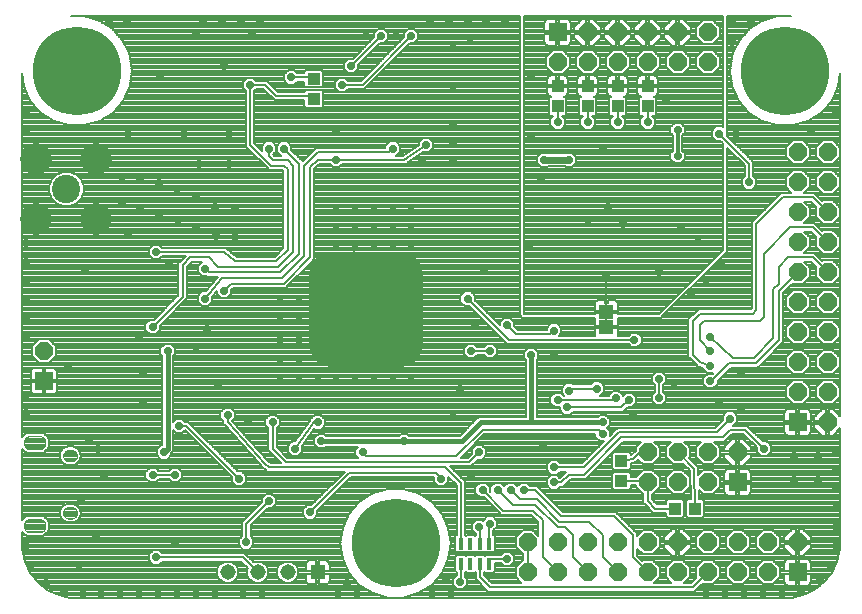
<source format=gbl>
G04 Output by ViewMate Deluxe V11.12.18  PentaLogix*
G04 Wed Mar 06 15:41:31 2019*
%IPPOS*%
%FSLAX25Y25*%
%MOIN*%
%ADD148R,0.03937X0.04331*%
%ADD149C,0.00394*%
%ADD150R,0.0515X0.0515*%
%ADD151C,0.0515*%
%ADD152C,0.1063*%
%ADD153C,0.09449*%
%ADD154R,0.06X0.06*%
G04:---LTIenv:A155:16,0.06,0.0 *
%ADD155P,0.064944X8X22.5*%
%ADD156R,0.04331X0.03937*%
%ADD157R,0.01673X0.03937*%
%ADD158C,0.15276*%
%ADD159C,0.29528*%
%ADD160R,0.05X0.05*%
%ADD161C,0.02775*%
%ADD162C,0.008*%
%ADD163C,0.016*%
%ADD164C,0.02381*%
%ADD165C,0.012*%
%ADD166C,0.024*%

%LPD*%
X0Y0D2*D149*G1X33212Y29749D2*X28017D1*X27549Y29357D2*X33681D1*X33945Y28965D2*X27284D1*X28168Y25827D2*X33061D1*X33586Y26219D2*X27644D1*X27344Y26611D2*X33885D1*X34057Y27003D2*X27172D1*X27093Y27396D2*X34136D1*X34158Y27788D2*X27071D1*X27082Y28180D2*X34147D1*X34090Y28572D2*X27139D1*X34109Y28520D2*X33963Y28936D1*X33729Y29309*X33417Y29621*X33044Y29855*X32628Y30001*X32189Y30050*X29040*X28602Y30001*X28186Y29855*X27813Y29621*X27501Y29309*X27266Y28936*X27121Y28520*X27071Y28081*Y27589*X27121Y27151*X27266Y26735*X27501Y26362*X27813Y26050*X28186Y25816*X28602Y25670*X29040Y25621*X32189*X32628Y25670*X33044Y25816*X33417Y26050*X33729Y26362*X33963Y26735*X34109Y27151*X34158Y27589*Y28081*X34109Y28520*X40988Y30533D2*X43863D1*X44310Y30926D2*X40541D1*X40314Y31318D2*X44538D1*X44655Y31710D2*X40197D1*X40162Y32102D2*X44689D1*X44658Y32494D2*X40193D1*X40303Y32887D2*X44548D1*X44329Y33279D2*X40523D1*X40941Y33671D2*X43910D1*X41934Y33987D2*X41539Y33943D1*X41165Y33812*X40829Y33600*X40548Y33320*X40337Y32984*X40206Y32610*X40162Y32215*Y32019*X40206Y31624*X40337Y31250*X40548Y30914*X40829Y30633*X41165Y30422*X41539Y30291*X41934Y30247*X42918*X43312Y30291*X43687Y30422*X44022Y30633*X44303Y30914*X44514Y31250*X44645Y31624*X44689Y32019*Y32215*X44645Y32610*X44514Y32984*X44303Y33320*X44022Y33600*X43687Y33812*X43312Y33943*X42918Y33987*X41934*X43713Y52889D2*X41138D1*X41772Y49360D2*X43079D1*X44046Y49752D2*X40805D1*X40463Y50144D2*X44388D1*X44581Y50536D2*X40270D1*X40183Y50928D2*X44669D1*X44688Y51321D2*X40163D1*X40209Y51713D2*X44642D1*X44497Y52105D2*X40354D1*X40631Y52497D2*X44220D1*X40548Y52414D2*X40829Y52695D1*X41165Y52906*X41539Y53037*X41934Y53081*X42918*X43312Y53037*X43687Y52906*X44022Y52695*X44303Y52414*X44514Y52079*X44645Y51704*X44689Y51310*Y51113*X44645Y50719*X44514Y50344*X44303Y50008*X44022Y49728*X43687Y49517*X43312Y49386*X42918Y49341*X41934*X41539Y49386*X41165Y49517*X40829Y49728*X40548Y50008*X40337Y50344*X40206Y50719*X40162Y51113*Y51310*X40206Y51704*X40337Y52079*X40548Y52414*X28424Y57596D2*X32805D1*X33491Y57204D2*X27738D1*X29010Y53282D2*X32219D1*X33363Y53674D2*X27867D1*X27472Y54066D2*X33758D1*X33986Y54458D2*X27243D1*X27116Y54851D2*X34113D1*X34158Y55243D2*X27072D1*X27071Y55635D2*X34158D1*X34126Y56027D2*X27104D1*X27206Y56419D2*X34024D1*X33826Y56812D2*X27404D1*X33729Y56966D2*X33417Y57278D1*X33044Y57513*X32628Y57658*X32189Y57707*X29040*X28602Y57658*X28186Y57513*X27813Y57278*X27501Y56966*X27266Y56593*X27121Y56177*X27071Y55739*Y55247*X27121Y54809*X27266Y54393*X27501Y54020*X27813Y53708*X28186Y53473*X28602Y53328*X29040Y53278*X32189*X32628Y53328*X33044Y53473*X33417Y53708*X33729Y54020*X33963Y54393*X34109Y54809*X34158Y55247*Y55739*X34109Y56177*X33963Y56593*X33729Y56966*D158*X129552Y103761D2*X152464D1*X129552Y111398D2*Y88486D1*X152464*Y111398*X129552*D162*X121976Y114884D2*X127207D1*Y114086D2*X121178D1*X120379Y113287D2*X125358D1*X124648Y112489D2*X119580D1*X118782Y111690D2*X124648D1*X124684Y110892D2*X117983D1*X117185Y110093D2*X125483D1*X127207Y109295D2*X116386D1*X115588Y108496D2*X127207D1*X127878Y107698D2*X114789D1*X280692Y106101D2*X283056D1*X282257Y105302D2*X280056D1*Y104504D2*X281459D1*X280906Y103705D2*X280056D1*Y102907D2*X280906D1*Y102108D2*X280056D1*Y101309D2*X280906D1*X281032Y100511D2*X280056D1*Y99712D2*X281831D1*X282629Y98914D2*X280056D1*X287183D2*X292629D1*X291831Y99712D2*X287981D1*X288780Y100511D2*X291032D1*X290906Y101309D2*X288906D1*Y102108D2*X290906D1*Y102907D2*X288906D1*Y103705D2*X290906D1*X291459Y104504D2*X288353D1*X287555Y105302D2*X292257D1*X286563Y106294D2*X288906Y103951D1*Y100637*X286563Y98294*X283249*X280906Y100637*Y103951*X283249Y106294*X286563*X293056Y106101D2*X286756D1*X286765Y108496D2*X293047D1*X290906Y111690D2*X288906D1*Y110892D2*X290906D1*X291450Y110093D2*X288362D1*X287563Y109295D2*X292249D1*X284906Y112294D2*X278656Y106044D1*Y89794*X252406Y82294D2*X255844Y81044D1*X238656Y76669D2*Y70419D1*X248506Y90929D2*X232773D1*X231974Y91727D2*X248506D1*X225056D2*X229088D1*X248506Y92526D2*X225056D1*Y93324D2*X248506D1*Y96518D2*X225056D1*Y95720D2*X248506D1*Y94921D2*X225056D1*X221556Y94123D2*X248506D1*X205841Y91727D2*X217256D1*X216069Y74959D2*X209993D1*X218031Y73544D2*X209281D1*X208656Y72919*X206312Y71765D2*X206434D1*X236269Y76556D2*X197956D1*Y77354D2*X236269D1*X236763Y78153D2*X197956D1*Y78951D2*X237562D1*X251303Y81347D2*X197956D1*Y82145D2*X250575D1*X249776Y82944D2*X197956D1*X198480Y83742D2*X248978D1*X248506Y84541D2*X198543D1*Y85339D2*X248506D1*Y86138D2*X198189D1*X197390Y86936D2*X248506D1*X201269Y93324D2*X191481D1*X190682Y94123D2*X201484D1*X202282Y94921D2*X190418D1*X217256D2*X205030D1*X190418Y95720D2*X217256D1*Y96518D2*X189683D1*X193656Y98914D2*X218769D1*X217256Y99712D2*X193656D1*Y100511D2*X217256D1*Y101309D2*X193656D1*Y102108D2*X217324D1*X217999Y102907D2*X193656D1*X220756D2*X221556D1*X221156Y99169D2*Y111044D1*Y94169D2*Y99794D1*X205829Y94123D2*X220756D1*X217256Y93324D2*X206043D1*Y92526D2*X217256D1*X203656Y92919D2*X202406Y91669D1*X191156*X181332Y83742D2*X177230D1*X178029Y84541D2*X180533D1*X180720Y87735D2*X177842D1*X176156Y86044D2*X182406D1*X174470Y87735D2*X157369D1*X156999Y86936D2*X173769D1*Y86138D2*X154810D1*Y85339D2*X173769D1*X174283Y84541D2*X154604D1*X153805Y83742D2*X175082D1*X130176Y92526D2*X140029D1*X139231Y91727D2*X130975D1*X131188Y90929D2*X139018D1*Y90130D2*X131188D1*X133370Y89332D2*X136835D1*X136459Y88533D2*X133747D1*Y87735D2*X136459D1*X136829Y86936D2*X133377D1*X131188Y86138D2*X139018D1*Y85339D2*X131188D1*X130982Y84541D2*X139224D1*X140023Y83742D2*X130183D1*X151834D2*X141994D1*X142793Y84541D2*X151035D1*X150829Y85339D2*X142999D1*Y86138D2*X150829D1*X148640Y86936D2*X145188D1*X145558Y87735D2*X148270D1*Y88533D2*X145558D1*X145181Y89332D2*X148646D1*X150829Y90130D2*X142999D1*Y90929D2*X150829D1*X151042Y91727D2*X142786D1*X141987Y92526D2*X151840D1*X141833Y92680D2*X142999Y91514D1*Y90121*X144392*X145558Y88955*Y87306*X144392Y86140*X142999*Y84747*X141833Y83581*X140184*X139018Y84747*Y86140*X137625*X136459Y87306*Y88955*X137625Y90121*X139018*Y91514*X140184Y92680*X141833*X141577Y99373D2*Y100510D1*X140440*Y99373*X141577*X140440Y99712D2*X141577D1*X141008Y99942D2*X134906Y106044D1*X137406Y121044*X120491Y178765D2*X118061D1*X117263Y179564D2*X120781D1*X62943D2*X115049D1*X114251Y178765D2*X62858D1*X104164Y173176D2*X107045D1*X109440Y170780D2*X103806D1*Y171578D2*X108642D1*X107843Y172377D2*X103806D1*X121024Y173974D2*X110206D1*X103806Y167586D2*X120720D1*X120491Y168384D2*X103806D1*Y169183D2*X120491D1*X110239Y169981D2*X103806D1*X111156Y171044D2*X122810D1*X123656Y170198*X126821Y177967D2*X141099D1*X126288Y173974D2*X130644D1*Y174773D2*X126821D1*Y175571D2*X130644D1*X131230Y176370D2*X126821D1*Y177168D2*X132029D1*X123656Y176891D2*X123252Y177294D1*X116156*X120491Y175571D2*X117809D1*X109407Y174773D2*X120491D1*X114503Y175571D2*X108609D1*X104207Y176370D2*X113769D1*Y177168D2*X103408D1*X62743Y177967D2*X113769D1*X101404Y177168D2*X62628D1*X62513Y176370D2*X100605D1*X100019Y175571D2*X62399D1*X62284Y174773D2*X100019D1*Y173974D2*X62072D1*X61707Y173176D2*X100648D1*X101006Y172377D2*X61342D1*X60978Y171578D2*X101006D1*Y170780D2*X60613D1*X60248Y169981D2*X101006D1*Y169183D2*X59741D1*X59050Y168384D2*X101006D1*Y167586D2*X58358D1*X57666Y166787D2*X101006D1*Y165989D2*X56974D1*X56014Y165190D2*X101006D1*Y164392D2*X54771D1*X53529Y163593D2*X101006D1*Y162795D2*X52286D1*X49645Y161996D2*X101006D1*X26306Y178765D2*X26324D1*X26439Y177967D2*X26306D1*Y177168D2*X26554D1*X26669Y176370D2*X26306D1*Y175571D2*X26784D1*X26898Y174773D2*X26306D1*X27111Y173974D2*X26306D1*Y173176D2*X27475D1*X27840Y172377D2*X26306D1*Y171578D2*X28205D1*X28569Y170780D2*X26306D1*Y169981D2*X28934D1*X29441Y169183D2*X26306D1*Y168384D2*X30133D1*X30824Y167586D2*X26306D1*Y166787D2*X31516D1*X32208Y165989D2*X26306D1*Y165190D2*X33168D1*X34411Y164392D2*X26306D1*Y163593D2*X35653D1*X36896Y162795D2*X26306D1*Y161996D2*X39537D1*X101006Y161198D2*X26306D1*Y160399D2*X101006D1*Y159601D2*X26306D1*Y158802D2*X101006D1*Y158004D2*X26306D1*Y157205D2*X101006D1*Y156407D2*X26306D1*X119161Y150019D2*X120651D1*X121449Y150817D2*X118363D1*X117564Y151616D2*X122248D1*X123046Y152414D2*X116766D1*X116043Y153213D2*X123845D1*X111410Y152414D2*X110902D1*X110104Y151616D2*X112208D1*X26306Y146825D2*X108396D1*X107597Y147623D2*X26306D1*Y148422D2*X106799D1*X106000Y149220D2*X26306D1*Y150019D2*X105202D1*X104403Y150817D2*X26306D1*Y151616D2*X103605D1*X102806Y152414D2*X26306D1*Y153213D2*X102007D1*X101209Y154011D2*X26306D1*Y154810D2*X101006D1*Y155608D2*X26306D1*X107344D2*X103806D1*X104370Y154810D2*X106545D1*X106269Y154011D2*X105169D1*X106269Y153213D2*X105967D1*X108656Y153544D2*Y151044D1*X109906Y149794*X114906*X116781Y147919*Y119169*X111781Y114169*X125024Y89332D2*X36025D1*X36824Y88533D2*X124648D1*X26306Y93324D2*X67519D1*X68173Y92526D2*X26306D1*X194356Y82145D2*X76706D1*Y81347D2*X194356D1*Y80548D2*X76706D1*Y79750D2*X194356D1*Y78951D2*X76706D1*Y78153D2*X194356D1*Y77354D2*X76706D1*Y76556D2*X194356D1*Y75757D2*X76706D1*Y74959D2*X194356D1*Y74160D2*X76706D1*Y73362D2*X194356D1*X76246Y47011D2*X71066D1*X71864Y46212D2*X75448D1*X75806Y43018D2*X71506D1*X69906Y44794D2*X77406D1*X72369Y50205D2*X45792D1*X45928Y51003D2*X71571D1*X71269Y51802D2*X45886D1*X45600Y52600D2*X71269D1*X71384Y53399D2*X45098D1*X43704Y54197D2*X72183D1*X26306Y58190D2*X27014D1*X40256Y48608D2*X26306D1*Y49406D2*X39458D1*X39060Y50205D2*X26306D1*Y51003D2*X38923D1*X26429Y53399D2*X26306D1*Y52600D2*X27227D1*X38965Y51802D2*X26306D1*X34002Y52600D2*X39252D1*X39753Y53399D2*X34800D1*X35244Y54197D2*X41147D1*X73106Y54996D2*X35355D1*X35356Y55794D2*X73106D1*Y56593D2*X35266D1*X34952Y57391D2*X73106D1*Y58190D2*X34215D1*X26306Y58988D2*X73106D1*Y59787D2*X26306D1*Y60585D2*X73106D1*Y61384D2*X26306D1*Y62182D2*X73106D1*Y74160D2*X38056D1*Y73362D2*X73106D1*Y72563D2*X37977D1*X37240Y71765D2*X73106D1*X33256D2*X34056D1*Y72563D2*X33256D1*Y73362D2*X34056D1*Y74160D2*X33256D1*Y79750D2*X34056D1*Y78951D2*X33256D1*Y78153D2*X34056D1*Y77354D2*X33256D1*Y76556D2*X34056D1*X33256Y75757D2*X26306D1*X34056Y74959D2*X33256D1*X73106Y75757D2*X34056D1*X38056Y74959D2*X73106D1*Y76556D2*X38056D1*Y77354D2*X73106D1*Y78153D2*X38056D1*Y78951D2*X73106D1*Y79750D2*X37865D1*X26306Y80548D2*X73106D1*X29447Y79750D2*X26306D1*Y78951D2*X29256D1*Y78153D2*X26306D1*Y77354D2*X29256D1*Y76556D2*X26306D1*X29256Y76444D2*X33256D1*Y80444*X30472*X30116Y80349*X29796Y80164*X29536Y79904*X29351Y79584*X29256Y79228*Y76444*X26306Y74959D2*X29256D1*Y74160D2*X26306D1*Y73362D2*X29256D1*X29336Y72563D2*X26306D1*X30116Y71740D2*X29796Y71924D1*X29536Y72184*X29351Y72504*X29256Y72860*Y75644*X33256*Y76444*X34056*Y80444*X36840*X37196Y80349*X37516Y80164*X37776Y79904*X37961Y79584*X38056Y79228*Y76444*X34056*Y75644*X38056*Y72860*X37961Y72504*X37776Y72184*X37516Y71924*X37196Y71740*X36840Y71644*X34056*Y75644*X33256*Y71644*X30472*X30116Y71740*X26306Y71765D2*X30072D1*X73106Y70966D2*X26306D1*Y70168D2*X73106D1*Y69369D2*X26306D1*Y68571D2*X73106D1*Y67772D2*X26306D1*Y66974D2*X73106D1*Y66175D2*X26306D1*Y65376D2*X73106D1*Y64578D2*X26306D1*Y63779D2*X73106D1*Y62981D2*X26306D1*X77217D2*X76706D1*X81232Y58988D2*X79977D1*X78656Y61044D2*X81156D1*X76706Y58988D2*X77335D1*X82030Y58190D2*X76706D1*Y57391D2*X82829D1*X83627Y56593D2*X76706D1*Y55794D2*X84426D1*X85224Y54996D2*X76706D1*Y54197D2*X86023D1*X86821Y53399D2*X76706D1*X76508Y52600D2*X87620D1*X88418Y51802D2*X76043D1*X75742Y51003D2*X89217D1*X90015Y50205D2*X74943D1*X45393Y49406D2*X90814D1*X44561Y48573D2*X44550Y48551D1*X44532Y48545*X44518Y48531*X44493*X44209Y48432*X43954Y48272*X43939Y48252*X43920Y48250*X43904Y48240*X43879Y48245*X43580Y48212*X43427Y48158*X43414Y48144*X43388*X43239Y48092*X43131Y48144*X42985*X42559Y48097*X42499Y48144*X42352*X42292Y48097*X41866Y48144*X41720*X41612Y48092*X41463Y48144*X41438*X41424Y48158*X41271Y48212*X40972Y48245*X40948Y48240*X40932Y48250*X40913Y48252*X40897Y48272*X40642Y48432*X40358Y48531*X40333*X40320Y48545*X40302Y48551*X40291Y48573*X40078Y48786*X39823Y48946*X39799Y48952*X39789Y48968*X39772Y48978*X39767Y49003*X39607Y49257*X39394Y49470*X39371Y49481*X39365Y49499*X39352Y49513*Y49538*X39252Y49822*X39092Y50076*X39073Y50092*X39070Y50111*X39060Y50127*X39066Y50152*X39032Y50451*X38979Y50604*X38965Y50617*Y50642*X38913Y50791*X38962Y50894*X38917Y50951*X38946Y51211*X38917Y51472*X38962Y51529*X38913Y51631*X38965Y51780*Y51806*X38979Y51819*X39032Y51972*X39066Y52271*X39060Y52296*X39070Y52312*X39073Y52331*X39092Y52346*X39252Y52601*X39352Y52885*Y52910*X39365Y52924*X39371Y52942*X39394Y52953*X39607Y53165*X39767Y53420*X39772Y53445*X39789Y53455*X39799Y53471*X39823Y53477*X40078Y53637*X40291Y53849*X40302Y53872*X40320Y53878*X40333Y53892*X40358*X40642Y53991*X40897Y54151*X40913Y54171*X40932Y54173*X40948Y54183*X40972Y54178*X41271Y54211*X41424Y54265*X41438Y54278*X41463*X41612Y54330*X41720Y54278*X41866*X42292Y54326*X42352Y54278*X42499*X42559Y54326*X42985Y54278*X43131*X43239Y54330*X43388Y54278*X43414*X43427Y54265*X43580Y54211*X43879Y54178*X43904Y54183*X43920Y54173*X43939Y54171*X43954Y54151*X44209Y53991*X44493Y53892*X44518*X44532Y53878*X44550Y53872*X44561Y53849*X44773Y53637*X45028Y53477*X45053Y53471*X45063Y53455*X45079Y53445*X45085Y53420*X45245Y53165*X45457Y52953*X45480Y52942*X45486Y52924*X45500Y52910*Y52885*X45599Y52601*X45759Y52346*X45779Y52331*X45781Y52312*X45791Y52296*X45786Y52271*X45819Y51972*X45873Y51819*X45886Y51806*Y51780*X45938Y51631*X45889Y51529*X45934Y51472*X45905Y51211*X45934Y50951*X45889Y50894*X45938Y50791*X45886Y50642*Y50617*X45873Y50604*X45819Y50451*X45786Y50152*X45791Y50127*X45781Y50111*X45779Y50092*X45759Y50076*X45599Y49822*X45500Y49538*Y49513*X45486Y49499*X45480Y49481*X45457Y49470*X45245Y49257*X45085Y49003*X45079Y48978*X45063Y48968*X45053Y48952*X45028Y48946*X44773Y48786*X44561Y48573*X91612Y48608D2*X44595D1*X79006Y43018D2*X96269D1*Y43817D2*X79793D1*Y44615D2*X95605D1*X94807Y45414D2*X79793D1*X79364Y46212D2*X94008D1*X93209Y47011D2*X78566D1*X26306Y47809D2*X92411D1*X68746Y47011D2*X26306D1*Y46212D2*X67948D1*X67519Y45414D2*X26306D1*Y44615D2*X67519D1*Y43817D2*X26306D1*X68917Y42407D2*X67519Y43805D1*Y45783*X68917Y47181*X70895*X71882Y46194*X75430*X76417Y47181*X78395*X79793Y45783*Y43805*X78395Y42407*X76417*X75430Y43394*X71882*X70895Y42407*X68917*X26306Y43018D2*X68306D1*X96604Y42220D2*X26306D1*X181434Y6287D2*X160098D1*X173698Y7085D2*X180635D1*X179837Y7884D2*X174497D1*X174793Y8682D2*X179038D1*X178240Y9481D2*X174793D1*X174672Y10279D2*X177581D1*Y11078D2*X174120D1*X174082Y11876D2*X177581D1*X172682Y15198D2*Y10695D1*X172406Y9169*X161341Y7085D2*X171114D1*X170315Y7884D2*X162583D1*X163423Y8682D2*X170019D1*Y9481D2*X164115D1*X164807Y10279D2*X170140D1*X170938Y11078D2*X165499D1*X166191Y11876D2*X171282D1*X170985Y12675D2*X166627D1*X166991Y13473D2*X170845D1*Y14272D2*X167356D1*X167721Y15070D2*X170845D1*Y15869D2*X168085D1*X168450Y16667D2*X170845D1*Y17466D2*X168608D1*X174440Y19063D2*X174073D1*X177589D2*X177223D1*X180739D2*X180372D1*X189809Y15070D2*X192025D1*X192824Y15869D2*X190418D1*X214906Y12294D2*X209906Y17294D1*X225640Y31041D2*X241091D1*Y31839D2*X224841D1*X237897Y35033D2*X241091D1*Y35832D2*X237098D1*X236306Y36630D2*X241597D1*X229640Y51802D2*X229293D1*X232137Y49406D2*X231141D1*X229321Y48608D2*X232936D1*X226156Y49391D2*X229906Y50198D1*X232406Y52294*X234906*X226636Y55794D2*X232749D1*X231951Y54996D2*X225838D1*X225039Y54197D2*X231152D1*X230906Y53399D2*X224241D1*X223442Y52600D2*X230592D1*X222644Y51802D2*X223019D1*X222991Y51003D2*X221845D1*X221047Y50205D2*X222991D1*Y49406D2*X220248D1*X219450Y48608D2*X222991D1*Y47809D2*X218651D1*X217853Y47011D2*X222991D1*X176151Y47809D2*X201269D1*X201593Y48608D2*X176950D1*X177748Y49406D2*X202392D1*X178656Y52294D2*X175531Y49169D1*X114281*X26306Y39026D2*X127158D1*X127956Y39824D2*X26306D1*Y40623D2*X128755D1*X97403Y41421D2*X26306D1*X129553D2*X99909D1*X100708Y42220D2*X130352D1*X131150Y43018D2*X101043D1*Y43817D2*X131949D1*X132747Y44615D2*X100961D1*X100163Y45414D2*X133546D1*X81156Y61044D2*X98656Y43544D1*X194356Y66974D2*X96103D1*X96901Y66175D2*X194356D1*X108015Y63779D2*X97268D1*X97625Y61384D2*X107519D1*Y62182D2*X96900D1*X96469Y62981D2*X107519D1*X94906Y64794D2*Y62294D1*X107406Y48544*X108656Y47294*X112064Y49406D2*X108524D1*X107788Y50205D2*X111265D1*X110467Y51003D2*X107062D1*X106337Y51802D2*X109668D1*X108870Y52600D2*X105611D1*X104885Y53399D2*X108506D1*Y54197D2*X104159D1*X103433Y54996D2*X108506D1*Y55794D2*X102707D1*X101981Y56593D2*X108506D1*Y57391D2*X101255D1*X100529Y58190D2*X108506D1*Y58988D2*X99803D1*X99077Y59787D2*X108506D1*X108238Y60585D2*X98351D1*X109906Y62294D2*Y53544D1*X114281Y49169*X137821Y51003D2*X114427D1*X119040Y51802D2*X137519D1*Y52600D2*X119793D1*Y53399D2*X137634D1*X124906Y62294D2*X123656D1*X175825Y61384D2*X127293D1*Y62182D2*X176624D1*X177422Y62981D2*X127293D1*X126797Y63779D2*X178221D1*X194356Y64578D2*X125998D1*X97293Y65376D2*X194356D1*X108814Y64578D2*X97293D1*X123814D2*X110998D1*X111797Y63779D2*X123015D1*X122363Y62981D2*X112293D1*Y62182D2*X121856D1*X121285Y61384D2*X112293D1*X111574Y60585D2*X120715D1*X120145Y59787D2*X111306D1*Y58988D2*X119574D1*X119004Y58190D2*X111306D1*Y57391D2*X118434D1*X117863Y56593D2*X111306D1*Y55794D2*X116280D1*X115481Y54996D2*X111306D1*Y54197D2*X115019D1*Y53399D2*X112031D1*X112830Y52600D2*X115019D1*X115772Y51802D2*X113628D1*X123656Y62294D2*X117406Y53544D1*X174228Y59787D2*X123586D1*X126574Y60585D2*X175027D1*X152426Y58190D2*X127387D1*X172631D2*X154887D1*X123015Y58988D2*X173430D1*X122445Y58190D2*X124926D1*X124127Y57391D2*X121875D1*X121304Y56593D2*X123769D1*Y55794D2*X120734D1*X120163Y54996D2*X123828D1*X119793Y54478D2*X123774Y60050D1*X123917Y59907*X125895*X127293Y61305*Y63283*X125895Y64681*X123917*X122519Y63283*Y63137*X122256Y62874*Y62743*X117391Y55931*X116417*X115019Y54533*Y52555*X116417Y51157*X118395*X119793Y52555*Y54478*X124626Y54197D2*X119793D1*X138433D2*X127686D1*X139906Y52294D2*X141156Y51044D1*X171156*X108656Y47294D2*X167406D1*X97968Y46212D2*X107758D1*X106959Y47011D2*X97169D1*X96371Y47809D2*X106161D1*X105456Y48608D2*X95572D1*X94774Y49406D2*X104730D1*X104004Y50205D2*X93975D1*X93177Y51003D2*X103278D1*X102552Y51802D2*X92378D1*X91580Y52600D2*X101827D1*X101101Y53399D2*X90781D1*X89983Y54197D2*X100375D1*X99649Y54996D2*X89184D1*X88386Y55794D2*X98923D1*X98197Y56593D2*X87587D1*X86789Y57391D2*X97471D1*X96745Y58190D2*X85990D1*X85192Y58988D2*X96019D1*X95293Y59787D2*X84393D1*X83595Y60585D2*X94567D1*X93836Y61384D2*X82796D1*X81998Y62182D2*X93499D1*X93343Y62981D2*X80095D1*X76706Y63779D2*X92544D1*X92519Y64578D2*X76706D1*Y65376D2*X92519D1*X92911Y66175D2*X76706D1*Y66974D2*X93709D1*X194356Y67772D2*X76706D1*Y68571D2*X194356D1*Y69369D2*X76706D1*Y70168D2*X194356D1*Y70966D2*X76706D1*Y71765D2*X194356D1*Y72563D2*X76706D1*X206269D2*X197956D1*Y73362D2*X206269D1*X206521Y74160D2*X197956D1*Y74959D2*X207319D1*X216868Y75757D2*X197956D1*X236269D2*X219194D1*X219993Y74959D2*X236990D1*X237256Y74160D2*X220418D1*Y73362D2*X237256D1*X227250Y71765D2*X226312D1*X228656Y69794D2*X226156Y67294D1*X208031*X260862Y65376D2*X209490D1*X267628Y55794D2*X269426D1*X270224Y54996D2*X268427D1*X269225Y54197D2*X271023D1*X271269Y53399D2*X269306D1*X273656Y53544D2*X267406Y59794D1*X262406*X262782Y58190D2*X267030D1*X262406Y59794D2*X259906Y57294D1*X280506Y61384D2*X263622D1*X268595Y60585D2*X280506D1*Y59787D2*X269393D1*X270192Y58988D2*X280539D1*X281030Y58190D2*X270990D1*X285306D2*X284506D1*Y58988D2*X285306D1*Y59787D2*X284506D1*Y60585D2*X285306D1*Y62981D2*X284506D1*Y63779D2*X285306D1*Y64578D2*X284506D1*Y65376D2*X285306D1*Y66175D2*X284506D1*X259446Y77354D2*X299097D1*X255844Y76044D2*X256156D1*X262094Y81982*X271156*X278656Y89794*X261842Y79750D2*X281794D1*X280995Y80548D2*X262640D1*X272501Y81347D2*X280906D1*Y82145D2*X273254D1*X274020Y82944D2*X280906D1*Y83742D2*X274787D1*X275554Y84541D2*X281496D1*X282294Y85339D2*X276320D1*X277087Y86138D2*X283093D1*X299097Y86936D2*X277853D1*X296719Y86138D2*X299097D1*Y85339D2*X297518D1*X299097Y84541D2*X298316D1*X299097Y83742D2*X298906D1*Y82944D2*X299097D1*Y82145D2*X298906D1*Y81347D2*X299097D1*Y80548D2*X298817D1*X298018Y79750D2*X299097D1*Y78951D2*X297220D1*X260245Y78153D2*X299097D1*X282592Y78951D2*X261043D1*X257336Y74160D2*X281115D1*X281914Y74959D2*X258134D1*X258231Y75757D2*X282712D1*X299097Y76556D2*X258647D1*X297100Y75757D2*X299097D1*Y74959D2*X297898D1*X299097Y74160D2*X298697D1*X299097Y73362D2*X298906D1*Y72563D2*X299097D1*Y71765D2*X298906D1*Y70966D2*X299097D1*Y70168D2*X298436D1*X297638Y69369D2*X299097D1*Y68571D2*X296839D1*X298845Y64578D2*X299097D1*Y65376D2*X298046D1*X297248Y66175D2*X299097D1*X294506D2*X295306D1*Y65376D2*X294506D1*Y64578D2*X295306D1*Y63779D2*X294506D1*Y62981D2*X295306D1*Y58988D2*X294506D1*Y58190D2*X295306D1*X288782D2*X292788D1*X291989Y58988D2*X289273D1*X289306Y59787D2*X291191D1*X290506Y60585D2*X289306D1*Y61384D2*X290506D1*Y62981D2*X289306D1*Y63779D2*X290506D1*X290967Y64578D2*X289306D1*Y65376D2*X291766D1*X292564Y66175D2*X289005D1*X293083Y66694D2*X294506D1*Y62694*X290506*Y64117*X293083Y66694*X286839Y68571D2*X292973D1*X292174Y69369D2*X287638D1*X288436Y70168D2*X291376D1*X290906Y70966D2*X288906D1*Y71765D2*X290906D1*Y72563D2*X288906D1*Y73362D2*X290906D1*X291115Y74160D2*X288697D1*X287898Y74959D2*X291914D1*X292712Y75757D2*X287100D1*X293249Y76294D2*X296563D1*X298906Y73951*Y70637*X296563Y68294*X293249*X290906Y70637*Y73951*X293249Y76294*X287220Y78951D2*X292592D1*X291794Y79750D2*X288018D1*X288817Y80548D2*X290995D1*X290906Y81347D2*X288906D1*Y82145D2*X290906D1*Y82944D2*X288906D1*Y83742D2*X290906D1*X291496Y84541D2*X288316D1*X287518Y85339D2*X292294D1*X286563Y86294D2*X288906Y83951D1*Y80637*X286563Y78294*X283249*X280906Y80637*Y83951*X283249Y86294*X286563*X293093Y86138D2*X286719D1*X293249Y86294D2*X296563D1*X298906Y83951*Y80637*X296563Y78294*X293249*X290906Y80637*Y83951*X293249Y86294*X286802Y88533D2*X293010D1*X292211Y89332D2*X287601D1*X288399Y90130D2*X291413D1*X290906Y90929D2*X288906D1*Y91727D2*X290906D1*Y92526D2*X288906D1*Y93324D2*X290906D1*X291078Y94123D2*X288734D1*X287936Y94921D2*X291877D1*X292675Y95720D2*X287137D1*X297137D2*X299097D1*Y94921D2*X297936D1*X298734Y94123D2*X299097D1*Y93324D2*X298906D1*Y92526D2*X299097D1*Y91727D2*X298906D1*Y90929D2*X299097D1*Y90130D2*X298399D1*X297601Y89332D2*X299097D1*X296563Y88294D2*X293249D1*X290906Y90637*Y93951*X293249Y96294*X296563*X298906Y93951*Y90637*X296563Y88294*X299097Y88533D2*X296802D1*X278620Y87735D2*X299097D1*X283010Y88533D2*X279386D1*X280066Y89332D2*X282211D1*X281413Y90130D2*X280056D1*Y90929D2*X280906D1*Y91727D2*X280056D1*Y92526D2*X280906D1*Y93324D2*X280056D1*Y94123D2*X281078D1*X281877Y94921D2*X280056D1*X283249Y96294D2*X286563D1*X288906Y93951*Y90637*X286563Y88294*X283249*X280906Y90637*Y93951*X283249Y96294*X280056Y95720D2*X282675D1*X299097Y96518D2*X280056D1*Y97317D2*X299097D1*Y98115D2*X280056D1*X297183Y98914D2*X299097D1*Y99712D2*X297981D1*X298780Y100511D2*X299097D1*Y101309D2*X298906D1*Y102108D2*X299097D1*Y102907D2*X298906D1*Y103705D2*X299097D1*Y104504D2*X298353D1*X297555Y105302D2*X299097D1*X296563Y106294D2*X293249D1*X290906Y103951*Y100637*X293249Y98294*X296563*X298906Y100637*Y103951*X296563Y106294*X299097Y106101D2*X296756D1*X281491Y106899D2*X299097D1*Y107698D2*X282289D1*X296765Y108496D2*X299097D1*Y109295D2*X297563D1*X299097Y110093D2*X298362D1*X298906Y110892D2*X299097D1*Y111690D2*X298906D1*Y112489D2*X299097D1*Y113287D2*X298906D1*X298771Y114086D2*X299097D1*Y114884D2*X297973D1*X297174Y115683D2*X299097D1*Y116481D2*X292699D1*X291900Y117280D2*X299097D1*Y118078D2*X291102D1*X297146Y118877D2*X299097D1*Y119675D2*X297944D1*X299097Y120474D2*X298743D1*X298906Y121272D2*X299097D1*X290721Y128459D2*X293084D1*X263572Y155608D2*X282563D1*X281765Y154810D2*X264370D1*X265169Y154011D2*X280966D1*X280906Y153213D2*X265967D1*X266766Y152414D2*X280906D1*Y151616D2*X267564D1*X268363Y150817D2*X280906D1*X281525Y150019D2*X269161D1*X269960Y149220D2*X282323D1*X258656Y158544D2*X268656Y148544D1*X234906Y162294D2*Y167698D1*X103806Y158004D2*X192256D1*Y158802D2*X103806D1*Y159601D2*X192256D1*Y160399D2*X103806D1*Y161198D2*X192256D1*Y161996D2*X103806D1*Y162795D2*X192256D1*Y163593D2*X103806D1*Y164392D2*X192256D1*Y165190D2*X103806D1*Y165989D2*X192256D1*Y166787D2*X103806D1*X204906Y162294D2*Y167698D1*X223424Y160399D2*X216388D1*X217186Y161198D2*X222626D1*X222519Y161996D2*X217293D1*Y162795D2*X222519D1*X222829Y163593D2*X216983D1*X216306Y164392D2*X223506D1*X221938Y165190D2*X217875D1*Y165989D2*X221938D1*Y166787D2*X217875D1*X224906Y162294D2*Y167698D1*X233424Y160399D2*X226388D1*X227186Y161198D2*X232626D1*X232519Y161996D2*X227293D1*Y162795D2*X232519D1*X232829Y163593D2*X226983D1*X226306Y164392D2*X233506D1*X231938Y165190D2*X227875D1*Y165989D2*X231938D1*Y166787D2*X227875D1*Y167586D2*X231938D1*Y168384D2*X227875D1*Y169183D2*X231938D1*Y169981D2*X227875D1*X227372Y170780D2*X232440D1*X231694Y171578D2*X228118D1*X228275Y172377D2*X231538D1*Y173176D2*X228275D1*Y173974D2*X231538D1*Y175571D2*X228275D1*Y176370D2*X231538D1*X231674Y177168D2*X228138D1*X234506Y176370D2*X235306D1*Y177168D2*X234506D1*X276467Y197131D2*X261306D1*Y196332D2*X273748D1*X272198Y195534D2*X261306D1*Y194735D2*X270955D1*X269713Y193937D2*X261306D1*Y193138D2*X268609D1*X267917Y192340D2*X261306D1*Y191541D2*X267225D1*X266534Y190743D2*X261306D1*Y189944D2*X265842D1*X265249Y189146D2*X261306D1*Y188347D2*X264885D1*X264520Y187549D2*X261306D1*Y186750D2*X264155D1*X263791Y185952D2*X261306D1*Y185153D2*X263426D1*X263149Y184355D2*X261306D1*Y183556D2*X263034D1*X262919Y182758D2*X261306D1*Y181959D2*X262804D1*X262690Y181161D2*X261306D1*Y180362D2*X262575D1*X262460Y179564D2*X261306D1*Y178765D2*X262545D1*X262660Y177967D2*X261306D1*Y177168D2*X262774D1*X262889Y176370D2*X261306D1*Y175571D2*X263004D1*X263119Y174773D2*X261306D1*Y173974D2*X263331D1*X263696Y173176D2*X261306D1*Y172377D2*X264060D1*X264425Y171578D2*X261306D1*Y170780D2*X264790D1*X265154Y169981D2*X261306D1*Y169183D2*X265661D1*X266353Y168384D2*X261306D1*Y167586D2*X267045D1*X267737Y166787D2*X261306D1*Y165989D2*X268429D1*X269389Y165190D2*X261306D1*Y164392D2*X270631D1*X271874Y163593D2*X261306D1*Y162795D2*X273116D1*X275758Y161996D2*X261306D1*X299078Y178765D2*X299097D1*X298963Y177967D2*X299097D1*Y177168D2*X298849D1*X298734Y176370D2*X299097D1*Y175571D2*X298619D1*X298504Y174773D2*X299097D1*X298292Y173974D2*X299097D1*Y173176D2*X297927D1*X297563Y172377D2*X299097D1*Y171578D2*X297198D1*X296833Y170780D2*X299097D1*Y169981D2*X296469D1*X295962Y169183D2*X299097D1*Y168384D2*X295270D1*X294578Y167586D2*X299097D1*Y166787D2*X293886D1*X293194Y165989D2*X299097D1*Y165190D2*X292234D1*X290992Y164392D2*X299097D1*Y163593D2*X289749D1*X288507Y162795D2*X299097D1*Y161996D2*X285866D1*X261306Y161198D2*X299097D1*Y160399D2*X261306D1*Y159601D2*X299097D1*Y158802D2*X261306D1*Y158004D2*X299097D1*Y157205D2*X261975D1*X262773Y156407D2*X299097D1*X246506Y154011D2*X259906D1*Y154810D2*X246506D1*Y155608D2*X259612D1*X257417Y156407D2*X246506D1*Y157205D2*X256619D1*X256269Y158004D2*X246506D1*X247291Y158802D2*X256269D1*X256336Y159601D2*X247293D1*Y160399D2*X257135D1*X259906Y161198D2*X246879D1*X246080Y161996D2*X259906D1*X236388Y160399D2*X242519D1*X242933Y161198D2*X237186D1*X237293Y161996D2*X243732D1*X259906Y162795D2*X237293D1*X236983Y163593D2*X259906D1*Y164392D2*X236306D1*X237875Y165190D2*X259906D1*Y165989D2*X237875D1*Y166787D2*X259906D1*Y167586D2*X237875D1*Y168384D2*X259906D1*Y169183D2*X237875D1*Y169981D2*X259906D1*Y170780D2*X237372D1*X238118Y171578D2*X259906D1*Y172377D2*X238275D1*Y173176D2*X259906D1*Y173974D2*X238275D1*X247034Y178765D2*X252778D1*X251980Y179564D2*X247832D1*X248631Y180362D2*X251181D1*X250906Y181161D2*X248906D1*Y181959D2*X250906D1*Y182758D2*X248906D1*Y183556D2*X250906D1*X251310Y184355D2*X248502D1*X247704Y185153D2*X252108D1*X252907Y185952D2*X246905D1*X249306Y191541D2*X250906D1*Y190743D2*X249306D1*X248779Y189944D2*X251599D1*X252398Y189146D2*X247980D1*X247182Y188347D2*X253196D1*X237980Y189146D2*X241832D1*X241033Y189944D2*X238779D1*X239306Y190743D2*X240506D1*Y191541D2*X239306D1*Y193138D2*X240506D1*Y193937D2*X239306D1*X238687Y194735D2*X241125D1*X241923Y195534D2*X237889D1*X237090Y196332D2*X242722D1*X234506D2*X235306D1*Y195534D2*X234506D1*Y194735D2*X235306D1*Y193937D2*X234506D1*Y191541D2*X235306D1*Y190743D2*X234506D1*Y189944D2*X235306D1*Y189146D2*X234506D1*Y188347D2*X235306D1*X216905Y185952D2*X222907D1*X222108Y185153D2*X217704D1*X218502Y184355D2*X221310D1*X220906Y183556D2*X218906D1*Y182758D2*X220906D1*Y181959D2*X218906D1*Y181161D2*X220906D1*X221181Y180362D2*X218631D1*X217832Y179564D2*X221980D1*X215306Y177168D2*X214506D1*Y176370D2*X215306D1*X205306D2*X204506D1*Y177168D2*X205306D1*X193656Y179564D2*X201980D1*X201181Y180362D2*X193656D1*Y181161D2*X200906D1*Y181959D2*X193656D1*Y182758D2*X200906D1*Y183556D2*X193656D1*Y184355D2*X201310D1*X202108Y185153D2*X193656D1*Y185952D2*X202907D1*X259906Y186750D2*X193656D1*X256905Y185952D2*X259906D1*Y185153D2*X257704D1*X258502Y184355D2*X259906D1*Y183556D2*X258906D1*Y182758D2*X259906D1*Y181959D2*X258906D1*Y181161D2*X259906D1*Y180362D2*X258631D1*X257832Y179564D2*X259906D1*X256563Y178294D2*X253249D1*X250906Y180637*Y183951*X253249Y186294*X256563*X258906Y183951*Y180637*X256563Y178294*X259906Y178765D2*X257034D1*X193656Y177967D2*X259906D1*X202778Y178765D2*X193656D1*Y177168D2*X201674D1*X201538Y176370D2*X193656D1*Y175571D2*X201538D1*X126821Y172377D2*X192256D1*Y171578D2*X126821D1*Y170780D2*X192256D1*Y169981D2*X126821D1*Y169183D2*X192256D1*Y168384D2*X126821D1*X126592Y167586D2*X192256D1*X116043Y154011D2*X147519D1*X147795Y154810D2*X115767D1*X114968Y155608D2*X148594D1*X109968D2*X112344D1*X111545Y154810D2*X110767D1*X111043Y154011D2*X111269D1*Y153213D2*X111043D1*X113656Y153544D2*X118656Y148544D1*Y118544*X112406Y112294*X88656*X87406Y113544*X125191Y101309D2*X88548D1*X89346Y102108D2*X127207D1*X87406Y103544D2*X93031Y110419D1*X113031*X120531Y117919*Y147919*X124906Y152294*X148656*X149906Y153544*X151354Y151616D2*X153865D1*X155062Y152414D2*X152152D1*X152293Y153213D2*X156260D1*X157458Y154011D2*X152293D1*X152017Y154810D2*X158656D1*X158769Y155608D2*X151218D1*X103806Y156407D2*X159392D1*X192256Y157205D2*X103806D1*X259906Y146026D2*X193656D1*Y145228D2*X259906D1*Y144429D2*X193656D1*Y143631D2*X259906D1*Y142832D2*X193656D1*Y142034D2*X259906D1*Y141235D2*X193656D1*Y140437D2*X259906D1*Y139638D2*X193656D1*Y138840D2*X259906D1*X123806Y134048D2*X192256D1*Y133250D2*X123806D1*Y132451D2*X192256D1*Y131653D2*X123806D1*Y130854D2*X192256D1*Y130056D2*X123806D1*Y129257D2*X192256D1*Y128459D2*X123806D1*Y127660D2*X192256D1*Y126862D2*X123806D1*Y126063D2*X192256D1*Y125265D2*X123806D1*Y124466D2*X192256D1*Y123668D2*X123806D1*Y122869D2*X192256D1*Y122071D2*X123806D1*Y121272D2*X192256D1*Y120474D2*X123806D1*Y119675D2*X192256D1*Y118877D2*X123806D1*Y118078D2*X192256D1*Y117280D2*X123806D1*X123573Y116481D2*X192256D1*X127753Y115683D2*X122775D1*X139564D2*X130642D1*X131188Y114884D2*X139018D1*Y114086D2*X131188D1*X133037Y113287D2*X137169D1*X136459Y112489D2*X133747D1*Y111690D2*X136459D1*X136495Y110892D2*X133710D1*X132912Y110093D2*X137294D1*X139018Y109295D2*X131188D1*Y108496D2*X139018D1*X130022Y107203D2*X128373D1*X127207Y108369*Y109762*X125814*X124648Y110928*Y112577*X125814Y113743*X127207*Y115136*X128373Y116302*X130022*X131188Y115136*Y113743*X132581*X133747Y112577*Y110928*X132581Y109762*X131188*Y108369*X130022Y107203*X139689Y107698D2*X130516D1*X151500D2*X142327D1*X142999Y108496D2*X150829D1*Y109295D2*X142999D1*X144723Y110093D2*X149105D1*X148306Y110892D2*X145521D1*X145558Y111690D2*X148270D1*Y112489D2*X145558D1*X144848Y113287D2*X148980D1*X150829Y114086D2*X142999D1*Y114884D2*X150829D1*X142999Y115136D2*X141833Y116302D1*X140184*X139018Y115136*Y113743*X137625*X136459Y112577*Y110928*X137625Y109762*X139018*Y108369*X140184Y107203*X141833*X142999Y108369*Y109762*X144392*X145558Y110928*Y112577*X144392Y113743*X142999*Y115136*X151375Y115683D2*X142453D1*X192256D2*X154264D1*X154810Y114884D2*X192256D1*Y114086D2*X154810D1*X156659Y113287D2*X192256D1*Y112489D2*X157369D1*Y111690D2*X192256D1*Y110892D2*X157332D1*X156534Y110093D2*X192256D1*Y109295D2*X154810D1*Y108496D2*X192256D1*X153644Y107203D2*X151995D1*X150829Y108369*Y109762*X149436*X148270Y110928*Y112577*X149436Y113743*X150829*Y115136*X151995Y116302*X153644*X154810Y115136*Y113743*X156203*X157369Y112577*Y110928*X156203Y109762*X154810*Y108369*X153644Y107203*X192256Y107698D2*X154138D1*X246212Y106101D2*X193656D1*Y106899D2*X247011D1*X247810Y107698D2*X193656D1*Y108496D2*X248608D1*X249407Y109295D2*X193656D1*Y110093D2*X250205D1*X251004Y110892D2*X193656D1*Y111690D2*X251802D1*X252601Y112489D2*X193656D1*Y113287D2*X253399D1*X254198Y114086D2*X193656D1*Y114884D2*X254996D1*X255795Y115683D2*X193656D1*Y116481D2*X256593D1*X257392Y117280D2*X193656D1*Y118078D2*X258190D1*X258989Y118877D2*X193656D1*Y119675D2*X259787D1*X259906Y120474D2*X193656D1*Y121272D2*X259906D1*Y122071D2*X193656D1*Y122869D2*X259906D1*Y123668D2*X193656D1*Y124466D2*X259906D1*Y125265D2*X193656D1*Y126063D2*X259906D1*Y126862D2*X193656D1*Y127660D2*X259906D1*Y128459D2*X193656D1*Y129257D2*X259906D1*Y130056D2*X193656D1*Y130854D2*X259906D1*Y131653D2*X193656D1*Y132451D2*X259906D1*Y133250D2*X193656D1*Y134048D2*X259906D1*Y134847D2*X193656D1*Y135645D2*X259906D1*Y136444D2*X193656D1*Y137243D2*X259906D1*Y138041D2*X193656D1*X278673D2*X261306D1*Y137243D2*X277875D1*X277076Y136444D2*X261306D1*Y135645D2*X276278D1*X275479Y134847D2*X261306D1*Y134048D2*X274680D1*X273882Y133250D2*X261306D1*Y132451D2*X273083D1*X272285Y131653D2*X261306D1*Y130854D2*X271486D1*X270688Y130056D2*X261306D1*Y129257D2*X269889D1*X269756Y128459D2*X261306D1*Y127660D2*X269756D1*Y126862D2*X261306D1*Y126063D2*X269756D1*Y125265D2*X261306D1*Y124466D2*X269756D1*Y123668D2*X261306D1*Y122869D2*X269756D1*Y122071D2*X261306D1*Y121272D2*X269756D1*Y120474D2*X261306D1*Y119675D2*X269756D1*Y118877D2*X260969D1*X260170Y118078D2*X269756D1*Y117280D2*X259372D1*X258573Y116481D2*X269756D1*Y115683D2*X257775D1*X256976Y114884D2*X269756D1*Y114086D2*X256178D1*X255379Y113287D2*X269756D1*Y112489D2*X254580D1*X253782Y111690D2*X269756D1*Y110892D2*X252983D1*X252185Y110093D2*X269756D1*Y109295D2*X251386D1*X250588Y108496D2*X269756D1*Y107698D2*X249789D1*X248991Y106899D2*X269756D1*Y106101D2*X248192D1*X247394Y105302D2*X269756D1*Y104504D2*X246595D1*X245797Y103705D2*X269756D1*Y102907D2*X244998D1*X244200Y102108D2*X269756D1*Y101309D2*X243401D1*X242603Y100511D2*X269756D1*X251595Y99712D2*X241804D1*X241006Y98914D2*X250796D1*X249199Y97317D2*X239409D1*X240207Y98115D2*X249997D1*X223543Y98914D2*X239026D1*X239824Y99712D2*X225056D1*Y100511D2*X240623D1*X241421Y101309D2*X225056D1*X224988Y102108D2*X242220D1*X243018Y102907D2*X224313D1*X193656Y103705D2*X243817D1*X244615Y104504D2*X193656D1*Y105302D2*X245414D1*X176524D2*X192256D1*Y104504D2*X177293D1*Y103705D2*X192256D1*Y102907D2*X177523D1*X178322Y102108D2*X192256D1*Y101309D2*X179121D1*X179919Y100511D2*X192256D1*Y99712D2*X180718D1*X181516Y98914D2*X192256D1*Y98115D2*X182315D1*X183113Y97317D2*X192903D1*X72638Y94921D2*X181549D1*X182347Y94123D2*X72293D1*X185644Y94921D2*X185509D1*X184710Y95720D2*X185644D1*X186379Y96518D2*X183912D1*X191156Y91669D2*X188031Y94794D1*X157369Y88533D2*X187937D1*X187138Y89332D2*X156992D1*X154810Y90130D2*X186340D1*X185541Y90929D2*X154810D1*X154597Y91727D2*X184743D1*X153644Y92680D2*X154810Y91514D1*Y90121*X156203*X157369Y88955*Y87306*X156203Y86140*X154810*Y84747*X153644Y83581*X151995*X150829Y84747*Y86140*X149436*X148270Y87306*Y88955*X149436Y90121*X150829*Y91514*X151995Y92680*X153644*X183944Y92526D2*X153798D1*X72293Y93324D2*X183146D1*X128218Y92526D2*X71639D1*X26306Y91727D2*X127420D1*X127207Y90929D2*X26306D1*Y90130D2*X127207D1*X31287Y89332D2*X26306D1*Y88533D2*X30488D1*X29690Y87735D2*X26306D1*Y86936D2*X29656D1*Y86138D2*X26306D1*Y85339D2*X29656D1*Y84541D2*X26306D1*Y83742D2*X30301D1*X31100Y82944D2*X26306D1*Y82145D2*X31898D1*X73106Y81347D2*X26306D1*X35414Y82145D2*X73106D1*Y82944D2*X36213D1*X37011Y83742D2*X73106D1*X73033Y84541D2*X37656D1*Y85339D2*X72519D1*Y86138D2*X37656D1*Y86936D2*X72519D1*X37656Y87701D2*Y84387D1*X35313Y82044*X31999*X29656Y84387*Y87701*X31999Y90044*X35313*X37656Y87701*X73220Y87735D2*X37622D1*X124648D2*X76592D1*X77293Y86936D2*X125018D1*X127207Y86138D2*X77293D1*Y85339D2*X127207D1*X76706Y84468D2*Y62470D1*X77667Y63431*X79645*X80632Y62444*X81736*X98249Y45931*X99645*X101043Y44533*Y42555*X99645Y41157*X97667*X96269Y42555*Y43952*X80604Y59616*X79645Y58657*X77667*X76706Y59618*Y52798*X76043Y52136*Y51305*X74645Y49907*X72667*X71269Y51305*Y53283*X72667Y54681*X73106*Y84468*X72519Y85055*Y87033*X73917Y88431*X75895*X77293Y87033*Y85055*X76706Y84468*X127413Y84541D2*X76779D1*X128373Y83581D2*X127207Y84747D1*Y86140*X125814*X124648Y87306*Y88955*X125814Y90121*X127207*Y91514*X128373Y92680*X130022*X131188Y91514*Y90121*X132581*X133747Y88955*Y87306*X132581Y86140*X131188*Y84747*X130022Y83581*X128373*X76706Y83742D2*X128212D1*X194356Y82944D2*X76706D1*X183480Y83742D2*X193832D1*X193769Y84541D2*X184279D1*X184793Y85339D2*X193769D1*X194123Y86138D2*X184793D1*Y86936D2*X194922D1*X183395Y88431D2*X184793Y87033D1*Y85055*X183395Y83657*X181417*X180430Y84644*X178132*X177145Y83657*X175167*X173769Y85055*Y87033*X175167Y88431*X177145*X178132Y87444*X180430*X181417Y88431*X183395*X229214Y87735D2*X184092D1*X248506D2*X231848D1*X232647Y88533D2*X248506D1*Y89332D2*X232918D1*Y90130D2*X248506D1*X230531Y89794D2*X188656D1*X174906Y103544*X154430Y103705D2*X172519D1*Y102907D2*X154810D1*Y102108D2*X172966D1*X173764Y101309D2*X156826D1*X157369Y100511D2*X175959D1*X176758Y99712D2*X157369D1*X157166Y98914D2*X177556D1*X178355Y98115D2*X156367D1*X154810Y97317D2*X179153D1*X179952Y96518D2*X154770D1*X153972Y95720D2*X180750D1*X142161D2*X151667D1*X150869Y96518D2*X142959D1*X142999Y97317D2*X150829D1*X149272Y98115D2*X144556D1*X145355Y98914D2*X148473D1*X148270Y99712D2*X145558D1*Y100511D2*X148270D1*X148813Y101309D2*X145015D1*X142999Y102108D2*X150829D1*Y102907D2*X142999D1*X150829Y103325D2*X151995Y104491D1*X153644*X154810Y103325*Y101932*X156203*X157369Y100766*Y99117*X156203Y97951*X154810*Y96558*X153644Y95392*X151995*X150829Y96558*Y97951*X149436*X148270Y99117*Y100766*X149436Y101932*X150829*Y103325*X142619Y103705D2*X151209D1*X130808D2*X139398D1*X139018Y102907D2*X131188D1*Y102108D2*X139018D1*X137002Y101309D2*X133204D1*X133747Y100511D2*X136459D1*Y99712D2*X133747D1*X133544Y98914D2*X136662D1*X137461Y98115D2*X132745D1*X131188Y97317D2*X139018D1*X139058Y96518D2*X131148D1*X140184Y95392D2*X139018Y96558D1*Y97951*X137625*X136459Y99117*Y100766*X137625Y101932*X139018*Y103325*X140184Y104491*X141833*X142999Y103325*Y101932*X144392*X145558Y100766*Y99117*X144392Y97951*X142999*Y96558*X141833Y95392*X140184*X130350Y95720D2*X139856D1*X73437D2*X128045D1*X127247Y96518D2*X74235D1*X75034Y97317D2*X127207D1*X125650Y98115D2*X75832D1*X76631Y98914D2*X124851D1*X124648Y99712D2*X77429D1*X78228Y100511D2*X124648D1*X86264Y101309D2*X79026D1*X79825Y102108D2*X85466D1*X85019Y102907D2*X80623D1*X81306Y103705D2*X85019D1*Y104504D2*X81306D1*Y105302D2*X85788D1*X87689Y106101D2*X81306D1*Y106899D2*X88342D1*X80412Y117280D2*X72643D1*X86168Y115683D2*X82775D1*X81976Y114884D2*X85370D1*X85019Y114086D2*X81306D1*Y113287D2*X85019D1*X85085Y112489D2*X81306D1*Y111690D2*X85884D1*X91609Y110892D2*X81306D1*Y110093D2*X90955D1*X90302Y109295D2*X81306D1*Y108496D2*X89649D1*X88995Y107698D2*X81306D1*X90653Y105302D2*X91269D1*X91820Y104504D2*X90000D1*X89793Y103705D2*X92619D1*X127207Y102907D2*X89793D1*X127207Y103325D2*X128373Y104491D1*X130022*X131188Y103325*Y101932*X132581*X133747Y100766*Y99117*X132581Y97951*X131188*Y96558*X130022Y95392*X128373*X127207Y96558*Y97951*X125814*X124648Y99117*Y100766*X125814Y101932*X127207*Y103325*X94693Y103705D2*X127587D1*X172519Y104504D2*X95492D1*X96043Y105302D2*X173288D1*X192256Y106899D2*X96491D1*X96043Y106101D2*X192256D1*X93656Y106044D2*X96156Y108544D1*X113656*X122406Y117294*Y147294*X124906Y149794*X131156*X153656*X161156Y154794*X192256Y156407D2*X162920D1*X163543Y155608D2*X192256D1*Y154810D2*X163543D1*Y154011D2*X192256D1*Y153213D2*X162951D1*X162152Y152414D2*X192256D1*X160110D2*X160160D1*X192256Y151616D2*X158912D1*X157715Y150817D2*X192256D1*Y150019D2*X156517D1*X155319Y149220D2*X192256D1*Y148422D2*X154263D1*X132361Y147623D2*X192256D1*X124715D2*X129951D1*X192256Y146825D2*X123916D1*X123806Y146026D2*X192256D1*Y145228D2*X123806D1*Y144429D2*X192256D1*Y143631D2*X123806D1*Y142832D2*X192256D1*Y142034D2*X123806D1*Y141235D2*X192256D1*Y140437D2*X123806D1*Y139638D2*X192256D1*Y138840D2*X123806D1*Y138041D2*X192256D1*Y137243D2*X123806D1*Y136444D2*X192256D1*Y135645D2*X123806D1*Y134847D2*X192256D1*X43573D2*X113506D1*Y135645D2*X44892D1*X45691Y136444D2*X113506D1*Y137243D2*X46249D1*X46580Y138041D2*X113506D1*Y138840D2*X46911D1*X46955Y139638D2*X113506D1*Y140437D2*X46955D1*X46954Y141235D2*X113506D1*Y142034D2*X46623D1*X46292Y142832D2*X113506D1*Y143631D2*X45795D1*X44996Y144429D2*X113506D1*Y145228D2*X43824D1*X26306Y146026D2*X113506D1*X38586Y145228D2*X26306D1*Y144429D2*X37414D1*X36616Y143631D2*X26306D1*Y142832D2*X36118D1*X35787Y142034D2*X26306D1*Y141235D2*X35457D1*X35456Y140437D2*X26306D1*Y139638D2*X35456D1*X35500Y138840D2*X26306D1*Y138041D2*X35831D1*X36161Y137243D2*X26306D1*Y136444D2*X36720D1*X37518Y135645D2*X26306D1*X37948Y135215D2*X40062Y134340D1*X42349*X44462Y135215*X46079Y136833*X46955Y138946*Y141233*X46079Y143346*X44462Y144963*X42349Y145839*X40062*X37948Y144963*X36331Y143346*X35456Y141233*Y138946*X36331Y136833*X37948Y135215*X26306Y134847D2*X38838D1*X113506Y134048D2*X26306D1*Y133250D2*X113506D1*Y132451D2*X26306D1*Y131653D2*X113506D1*Y130854D2*X26306D1*Y130056D2*X113506D1*Y129257D2*X26306D1*Y128459D2*X113506D1*Y127660D2*X26306D1*Y126862D2*X113506D1*Y126063D2*X26306D1*Y125265D2*X113506D1*Y124466D2*X26306D1*Y123668D2*X113506D1*Y122869D2*X26306D1*Y122071D2*X113506D1*X79613Y116481D2*X26306D1*Y115683D2*X78815D1*X78506Y114884D2*X26306D1*Y114086D2*X78506D1*Y113287D2*X26306D1*Y112489D2*X78506D1*Y111690D2*X26306D1*Y110892D2*X78506D1*Y110093D2*X26306D1*Y109295D2*X78506D1*Y108496D2*X26306D1*Y107698D2*X78506D1*Y106899D2*X26306D1*Y106101D2*X78506D1*Y105302D2*X26306D1*Y104504D2*X78261D1*X77462Y103705D2*X26306D1*Y102907D2*X76664D1*X75865Y102108D2*X26306D1*Y101309D2*X75067D1*X74268Y100511D2*X26306D1*Y99712D2*X73470D1*X72671Y98914D2*X26306D1*Y98115D2*X71872D1*X71074Y97317D2*X26306D1*Y96518D2*X68879D1*X68081Y95720D2*X26306D1*Y94921D2*X67519D1*Y94123D2*X26306D1*X69906Y94169D2*X79906Y104169D1*Y114794*X82406Y117294*X88656*X91781Y114169*X111781*X97152Y118078D2*X111210D1*X112009Y118877D2*X96194D1*X95235Y119675D2*X112807D1*X113506Y120474D2*X94331D1*X72429Y121272D2*X113506D1*X26306D2*X69883D1*X69084Y120474D2*X26306D1*Y119675D2*X68769D1*Y118877D2*X26306D1*Y118078D2*X68871D1*X69669Y117280D2*X26306D1*X71156Y119169D2*X93656D1*X97406Y116044*X111156*X114906Y119794*Y146669*X113656Y147919*X109281*X102406Y154794*Y174794*X107406*X111156Y171044*X111736Y172444D2*X120491D1*Y172580*X121076Y173166*X126236*X126821Y172580*Y167815*X126236Y167229*X121076*X120491Y167815*Y169644*X110576*X106826Y173394*X104382*X103806Y172818*Y155374*X106269Y152911*Y154533*X107667Y155931*X109645*X111043Y154533*Y152555*X110084Y151596*X110486Y151194*X112630*X111269Y152555*Y154533*X112667Y155931*X114645*X116043Y154533*Y153137*X119236Y149944*X119906Y149274*X119951Y149319*X124326Y153694*X147519*Y154533*X148917Y155931*X150895*X152293Y154533*Y152555*X150932Y151194*X153232*X158769Y154885*Y155783*X160167Y157181*X162145*X163543Y155783*Y153805*X162145Y152407*X160167*X160140Y152434*X154548Y148706*X154236Y148394*X154080*X153950Y148308*X153517Y148394*X133132*X132145Y147407*X130167*X129180Y148394*X125486*X123806Y146714*Y116714*X122986Y115894*X115056Y107964*X114236Y107144*X96736*X96043Y106452*Y105055*X94645Y103657*X92667*X91269Y105055*Y106054*X89793Y104251*Y102555*X88395Y101157*X86417*X85019Y102555*Y104533*X86417Y105931*X87550*X91611Y110894*X88076*X87814Y111157*X86417*X85019Y112555*Y114533*X86380Y115894*X82986*X81306Y114214*Y103589*X72293Y94577*Y93180*X70895Y91782*X68917*X67519Y93180*Y95158*X68917Y96556*X70314*X78506Y104749*Y115374*X79326Y116194*X80901Y117769*X73132*X72145Y116782*X70167*X68769Y118180*Y120158*X70167Y121556*X72145*X73132Y120569*X93593*X94107Y120616*X94163Y120569*X94236*X94601Y120204*X97913Y117444*X110576*X113506Y120374*Y146089*X113076Y146519*X108701*X107881Y147339*X101006Y154214*Y172818*X100019Y173805*Y175783*X101417Y177181*X103395*X104382Y176194*X107986*X108806Y175374*X111736Y172444*X131273Y173176D2*X111004D1*X192256D2*X134789D1*X141066Y173974D2*X192256D1*Y174773D2*X141864D1*X142663Y175571D2*X192256D1*Y176370D2*X143461D1*X144260Y177168D2*X192256D1*Y177967D2*X145058D1*X145857Y178765D2*X192256D1*Y179564D2*X146655D1*X147454Y180362D2*X192256D1*Y181161D2*X148252D1*X149051Y181959D2*X192256D1*Y182758D2*X149849D1*X150648Y183556D2*X192256D1*Y184355D2*X151447D1*X152245Y185153D2*X192256D1*Y188347D2*X155439D1*X154641Y187549D2*X192256D1*Y186750D2*X153842D1*X153044Y185952D2*X192256D1*X136156Y181044D2*X146156Y191044D1*X141897Y178765D2*X137253D1*X138052Y179564D2*X142696D1*X143494Y180362D2*X138543D1*Y181161D2*X144293D1*X145091Y181959D2*X139051D1*X139849Y182758D2*X145890D1*X146688Y183556D2*X140648D1*X141447Y184355D2*X147487D1*X148285Y185153D2*X142245D1*X143044Y185952D2*X149084D1*X149882Y186750D2*X143842D1*X144641Y187549D2*X150681D1*X151479Y188347D2*X145439D1*X147634Y189146D2*X152278D1*X153076Y189944D2*X148432D1*X148543Y190743D2*X153769D1*Y191541D2*X148543D1*X148237Y192340D2*X154075D1*X154874Y193138D2*X147438D1*X192256D2*X157438D1*X158237Y192340D2*X192256D1*Y191541D2*X158543D1*Y190743D2*X192256D1*Y189944D2*X158432D1*X157634Y189146D2*X192256D1*X156156Y191044D2*X139906Y174794D1*X133031*X139502Y176370D2*X134832D1*X134033Y177168D2*X140300D1*X134020Y177181D2*X135007Y176194D1*X139326*X153769Y190637*Y192033*X155167Y193431*X157145*X158543Y192033*Y190055*X157145Y188657*X155749*X140486Y173394*X135007*X134020Y172407*X132042*X130644Y173805*Y175783*X132042Y177181*X134020*X126821Y178765D2*X135059D1*X126821Y179273D2*Y174508D1*X126236Y173922*X121076*X120491Y174508*Y175894*X118132*X117145Y174907*X115167*X113769Y176305*Y178283*X115167Y179681*X117145*X118132Y178694*X120491*Y179273*X121076Y179859*X126236*X126821Y179273*X134260Y179564D2*X126531D1*X62828Y180362D2*X133769D1*Y181161D2*X62713D1*X62598Y181959D2*X133769D1*X134493Y182758D2*X62483D1*X62369Y183556D2*X136688D1*X137487Y184355D2*X62254D1*X61976Y185153D2*X138285D1*X139084Y185952D2*X61612D1*X61247Y186750D2*X139882D1*X140681Y187549D2*X60882D1*X60518Y188347D2*X141479D1*X142278Y189146D2*X60153D1*X59561Y189944D2*X143076D1*X143769Y190743D2*X58869D1*X58177Y191541D2*X143769D1*X144075Y192340D2*X57485D1*X145167Y193431D2*X147145D1*X148543Y192033*Y190055*X147145Y188657*X145749*X138543Y181452*Y180055*X137145Y178657*X135167*X133769Y180055*Y182033*X135167Y183431*X136564*X143769Y190637*Y192033*X145167Y193431*X56793Y193138D2*X144874D1*X192256Y193937D2*X55690D1*X54447Y194735D2*X192256D1*Y195534D2*X53205D1*X51655Y196332D2*X192256D1*Y197131D2*X48936D1*X193656Y197744D2*Y98544D1*X217256*Y98769*X218805*X218769Y98805*Y99569*X217256*Y101853*X217351Y102209*X217536Y102529*X217796Y102789*X218116Y102974*X218472Y103069*X220756*Y102181*X221556*Y103069*X223840*X224196Y102974*X224516Y102789*X224776Y102529*X224961Y102209*X225056Y101853*Y99569*X223543*Y98805*X223507Y98769*X225056*Y98544*X238656*X259906Y119794*Y155314*X259064Y156157*X257667*X256269Y157555*Y159533*X257667Y160931*X259645*X259906Y160670*Y197744*X193656*X259906Y197131D2*X193656D1*X259906Y194735D2*X258122D1*X258906Y193937D2*X259906D1*Y193138D2*X258906D1*Y192340D2*X259906D1*Y191541D2*X258906D1*Y190743D2*X259906D1*Y189944D2*X258213D1*X257415Y189146D2*X259906D1*Y188347D2*X256616D1*X193656Y187549D2*X259906D1*X200873Y188347D2*X193656D1*Y189146D2*X200506D1*Y189944D2*X193656D1*Y190743D2*X200506D1*Y191541D2*X193656D1*X208848Y196332D2*X212722D1*X211923Y195534D2*X209291D1*X209306Y194735D2*X211125D1*X210506Y193937D2*X209306D1*Y193138D2*X210506D1*Y191541D2*X209306D1*Y190743D2*X210506D1*X211033Y189944D2*X209306D1*Y189146D2*X211832D1*X212630Y188347D2*X208939D1*X215306D2*X214506D1*Y189146D2*X215306D1*Y189944D2*X214506D1*Y190743D2*X215306D1*Y191541D2*X214506D1*Y193937D2*X215306D1*Y194735D2*X214506D1*Y195534D2*X215306D1*Y196332D2*X214506D1*X217090D2*X222722D1*X221923Y195534D2*X217889D1*X218687Y194735D2*X221125D1*X220506Y193937D2*X219306D1*Y193138D2*X220506D1*Y191541D2*X219306D1*Y190743D2*X220506D1*X221033Y189944D2*X218779D1*X217980Y189146D2*X221832D1*X222630Y188347D2*X217182D1*X225306D2*X224506D1*Y189146D2*X225306D1*Y189944D2*X224506D1*Y190743D2*X225306D1*Y191541D2*X224506D1*Y193937D2*X225306D1*Y194735D2*X224506D1*Y195534D2*X225306D1*Y196332D2*X224506D1*X232722D2*X227090D1*X227889Y195534D2*X231923D1*X231125Y194735D2*X228687D1*X229306Y193937D2*X230506D1*Y193138D2*X229306D1*Y191541D2*X230506D1*Y190743D2*X229306D1*X228779Y189944D2*X231033D1*X231832Y189146D2*X227980D1*X227182Y188347D2*X232630D1*X232907Y185952D2*X226905D1*X227704Y185153D2*X232108D1*X231310Y184355D2*X228502D1*X228906Y183556D2*X230906D1*Y182758D2*X228906D1*Y181959D2*X230906D1*Y181161D2*X228906D1*X228631Y180362D2*X231181D1*X231980Y179564D2*X227832D1*X227034Y178765D2*X232778D1*X225306Y176370D2*X224506D1*Y177168D2*X225306D1*X223249Y178294D2*X220906Y180637D1*Y183951*X223249Y186294*X226563*X228906Y183951*Y180637*X226563Y178294*X223249*X217034Y178765D2*X222778D1*X221674Y177168D2*X218138D1*X218275Y176370D2*X221538D1*Y175571D2*X218275D1*Y173974D2*X221538D1*Y173176D2*X218275D1*Y172377D2*X221538D1*X221694Y171578D2*X218118D1*X217372Y170780D2*X222440D1*X221938Y169981D2*X217875D1*Y169183D2*X221938D1*Y168384D2*X217875D1*Y167586D2*X221938D1*X214906Y162294D2*Y167698D1*X206388Y160399D2*X213424D1*X212626Y161198D2*X207186D1*X207293Y161996D2*X212519D1*Y162795D2*X207293D1*X206983Y163593D2*X212829D1*X213506Y164392D2*X206306D1*X207875Y165190D2*X211938D1*Y165989D2*X207875D1*Y166787D2*X211938D1*Y167586D2*X207875D1*Y168384D2*X211938D1*Y169183D2*X207875D1*Y169981D2*X211938D1*X212440Y170780D2*X207372D1*X208118Y171578D2*X211694D1*X211538Y172377D2*X208275D1*Y173176D2*X211538D1*Y173974D2*X208275D1*Y175571D2*X211538D1*Y176370D2*X208275D1*X208138Y177168D2*X211674D1*X212778Y178765D2*X207034D1*X207832Y179564D2*X211980D1*X211181Y180362D2*X208631D1*X208906Y181161D2*X210906D1*Y181959D2*X208906D1*Y182758D2*X210906D1*Y183556D2*X208906D1*X208502Y184355D2*X211310D1*X212108Y185153D2*X207704D1*X213249Y186294D2*X216563D1*X218906Y183951*Y180637*X216563Y178294*X213249*X210906Y180637*Y183951*X213249Y186294*X206905Y185952D2*X212907D1*X206563Y186294D2*X208906Y183951D1*Y180637*X206563Y178294*X203249*X200906Y180637*Y183951*X203249Y186294*X206563*X204506Y188347D2*X205306D1*Y189146D2*X204506D1*Y189944D2*X205306D1*Y190743D2*X204506D1*Y191541D2*X205306D1*Y193937D2*X204506D1*Y194735D2*X205306D1*Y195534D2*X204506D1*Y196332D2*X205306D1*X193656D2*X200964D1*X200521Y195534D2*X193656D1*Y194735D2*X200506D1*Y193937D2*X193656D1*Y193138D2*X200506D1*X204506Y192340D2*X193656D1*X205306Y193138D2*X204506D1*X205306Y192694D2*X204506D1*Y196694*X201722*X201366Y196599*X201046Y196414*X200786Y196154*X200601Y195834*X200506Y195478*Y192694*X204506*Y191894*X200506*Y189110*X200601Y188754*X200786Y188434*X201046Y188174*X201366Y187990*X201722Y187894*X204506*Y191894*X205306*X209306*Y189110*X209211Y188754*X209026Y188434*X208766Y188174*X208446Y187990*X208090Y187894*X205306*Y191894*Y192694*Y196694*X208090*X208446Y196599*X208766Y196414*X209026Y196154*X209211Y195834*X209306Y195478*Y192694*X205306*X214506Y192340D2*X205306D1*X215306Y193138D2*X214506D1*X215306Y192694D2*X214506D1*Y196694*X213083*X210506Y194117*Y192694*X214506*Y191894*X210506*Y190472*X213083Y187894*X214506*Y191894*X215306*X219306*Y190472*X216729Y187894*X215306*Y191894*Y192694*Y196694*X216729*X219306Y194117*Y192694*X215306*X224506Y192340D2*X215306D1*X225306Y193138D2*X224506D1*X225306Y192694D2*X224506D1*Y196694*X223083*X220506Y194117*Y192694*X224506*Y191894*X220506*Y190472*X223083Y187894*X224506*Y191894*X225306*X229306*Y190472*X226729Y187894*X225306*Y191894*Y192694*Y196694*X226729*X229306Y194117*Y192694*X225306*X234506Y192340D2*X225306D1*X235306Y193138D2*X234506D1*X244506Y192340D2*X235306D1*X245306Y193138D2*X244506D1*Y193937D2*X245306D1*Y194735D2*X244506D1*Y195534D2*X245306D1*X244506Y196694D2*Y192694D1*X240506*Y194117*X243083Y196694*X244506*X245306Y196332D2*X244506D1*X259906D2*X247090D1*X257323Y195534D2*X259906D1*X247889D2*X252489D1*X251690Y194735D2*X248687D1*X250906Y193951D2*X253249Y196294D1*X256563*X258906Y193951*Y190637*X256563Y188294*X253249*X250906Y190637*Y193951*X249306Y193937D2*X250906D1*Y193138D2*X249306D1*X245306Y192340D2*X250906D1*X244506Y191541D2*X245306D1*Y190743D2*X244506D1*Y189944D2*X245306D1*Y189146D2*X244506D1*Y188347D2*X245306D1*X243083Y187894D2*X240506Y190472D1*Y191894*X244506*Y192694*X245306*Y196694*X246729*X249306Y194117*Y192694*X245306*Y191894*X249306*Y190472*X246729Y187894*X245306*Y191894*X244506*Y187894*X243083*X237182Y188347D2*X242630D1*X236729Y187894D2*X239306Y190472D1*Y191894*X235306*Y192694*Y196694*X236729*X239306Y194117*Y192694*X235306*X234506*Y196694*X233083*X230506Y194117*Y192694*X234506*Y191894*X230506*Y190472*X233083Y187894*X234506*Y191894*X235306*Y187894*X236729*X242907Y185952D2*X236905D1*X237704Y185153D2*X242108D1*X241310Y184355D2*X238502D1*X238906Y183556D2*X240906D1*Y182758D2*X238906D1*Y181959D2*X240906D1*Y181161D2*X238906D1*X238631Y180362D2*X241181D1*X241980Y179564D2*X237832D1*X243249Y178294D2*X240906Y180637D1*Y183951*X243249Y186294*X246563*X248906Y183951*Y180637*X246563Y178294*X243249*X237034Y178765D2*X242778D1*X236563Y178294D2*X238906Y180637D1*Y183951*X236563Y186294*X233249*X230906Y183951*Y180637*X233249Y178294*X236563*X259906Y177168D2*X238138D1*X238275Y176370D2*X259906D1*Y175571D2*X238275D1*X235306Y174773D2*X259906D1*X235306Y174791D2*X238275D1*Y176740*X238179Y177096*X237995Y177416*X237734Y177676*X237415Y177860*X237059Y177956*X235306*Y174791*X234506Y175571D2*X235306D1*X234506Y174791D2*X231538D1*Y176740*X231633Y177096*X231817Y177416*X232078Y177676*X232397Y177860*X232753Y177956*X234506*Y174791*X235306*Y173991*X238275*Y172041*X238179Y171685*X237995Y171366*X237734Y171105*X237415Y170921*X237200Y170863*X237289*X237875Y170277*Y165118*X237289Y164532*X236306*Y164270*X237293Y163283*Y161305*X235895Y159907*X233917*X232519Y161305*Y163283*X233506Y164270*Y164532*X232523*X231938Y165118*Y170277*X232523Y170863*X232612*X232397Y170921*X232078Y171105*X231817Y171366*X231633Y171685*X231538Y172041*Y173991*X234506*Y174791*X225306Y174773D2*X234506D1*X225306Y174791D2*X228275D1*Y176740*X228179Y177096*X227995Y177416*X227734Y177676*X227415Y177860*X227059Y177956*X225306*Y174791*X224506Y175571D2*X225306D1*X224506Y174791D2*X221538D1*Y176740*X221633Y177096*X221817Y177416*X222078Y177676*X222397Y177860*X222753Y177956*X224506*Y174791*X225306*Y173991*X228275*Y172041*X228179Y171685*X227995Y171366*X227734Y171105*X227415Y170921*X227200Y170863*X227289*X227875Y170277*Y165118*X227289Y164532*X226306*Y164270*X227293Y163283*Y161305*X225895Y159907*X223917*X222519Y161305*Y163283*X223506Y164270*Y164532*X222523*X221938Y165118*Y170277*X222523Y170863*X222612*X222397Y170921*X222078Y171105*X221817Y171366*X221633Y171685*X221538Y172041*Y173991*X224506*Y174791*X215306Y174773D2*X224506D1*X215306Y174791D2*X218275D1*Y176740*X218179Y177096*X217995Y177416*X217734Y177676*X217415Y177860*X217059Y177956*X215306*Y174791*X214506Y175571D2*X215306D1*X214506Y174791D2*X211538D1*Y176740*X211633Y177096*X211817Y177416*X212078Y177676*X212397Y177860*X212753Y177956*X214506*Y174791*X215306*Y173991*X218275*Y172041*X218179Y171685*X217995Y171366*X217734Y171105*X217415Y170921*X217200Y170863*X217289*X217875Y170277*Y165118*X217289Y164532*X216306*Y164270*X217293Y163283*Y161305*X215895Y159907*X213917*X212519Y161305*Y163283*X213506Y164270*Y164532*X212523*X211938Y165118*Y170277*X212523Y170863*X212612*X212397Y170921*X212078Y171105*X211817Y171366*X211633Y171685*X211538Y172041*Y173991*X214506*Y174791*X205306Y174773D2*X214506D1*X205306Y174791D2*X208275D1*Y176740*X208179Y177096*X207995Y177416*X207734Y177676*X207415Y177860*X207059Y177956*X205306*Y174791*X204506Y175571D2*X205306D1*X193656Y174773D2*X204506D1*X201538Y173974D2*X193656D1*Y173176D2*X201538D1*Y172377D2*X193656D1*Y171578D2*X201694D1*X202440Y170780D2*X193656D1*Y169981D2*X201938D1*Y169183D2*X193656D1*Y168384D2*X201938D1*Y167586D2*X193656D1*Y166787D2*X201938D1*Y165989D2*X193656D1*Y165190D2*X201938D1*X203506Y164392D2*X193656D1*Y163593D2*X202829D1*X202519Y162795D2*X193656D1*Y161996D2*X202519D1*X202626Y161198D2*X193656D1*X203917Y159907D2*X202519Y161305D1*Y163283*X203506Y164270*Y164532*X202523*X201938Y165118*Y170277*X202523Y170863*X202612*X202397Y170921*X202078Y171105*X201817Y171366*X201633Y171685*X201538Y172041*Y173991*X204506*Y174791*X201538*Y176740*X201633Y177096*X201817Y177416*X202078Y177676*X202397Y177860*X202753Y177956*X204506*Y174791*X205306*Y173991*X208275*Y172041*X208179Y171685*X207995Y171366*X207734Y171105*X207415Y170921*X207200Y170863*X207289*X207875Y170277*Y165118*X207289Y164532*X206306*Y164270*X207293Y163283*Y161305*X205895Y159907*X203917*X193656Y160399D2*X203424D1*X242519Y159601D2*X193656D1*Y158802D2*X242522D1*X243306Y158004D2*X193656D1*Y157205D2*X243306D1*Y156407D2*X193656D1*Y155608D2*X243306D1*Y154810D2*X193656D1*Y154011D2*X243306D1*Y153213D2*X193656D1*Y152414D2*X242900D1*X198976Y151616D2*X193656D1*Y150817D2*X198178D1*X198144Y150019D2*X193656D1*Y149220D2*X198144D1*X198527Y148422D2*X193656D1*Y147623D2*X199326D1*X259906Y146825D2*X193656D1*X209861Y147623D2*X259906D1*X242519Y151616D2*X210211D1*X211009Y150817D2*X242519D1*X242555Y150019D2*X211043D1*Y149220D2*X243354D1*X211043Y148805D2*Y150783D1*X209645Y152181*X207667*X207480Y151994*X201707*X201520Y152181*X199542*X198144Y150783*Y148805*X199542Y147407*X201520*X201707Y147594*X207480*X207667Y147407*X209645*X211043Y148805*X259906Y148422D2*X210660D1*X246458Y149220D2*X259906D1*Y150019D2*X247257D1*X247293Y150817D2*X259906D1*Y151616D2*X247293D1*X246912Y152414D2*X259906D1*X246506Y152820D2*X247293Y152033D1*Y150055*X245895Y148657*X243917*X242519Y150055*Y152033*X243306Y152820*Y158018*X242519Y158805*Y160783*X243917Y162181*X245895*X247293Y160783*Y158805*X246506Y158018*Y152820*X259906Y153213D2*X246506D1*X262007D2*X261306D1*Y152414D2*X262806D1*X263605Y151616D2*X261306D1*Y150817D2*X264403D1*X265202Y150019D2*X261306D1*Y149220D2*X266000D1*X266799Y148422D2*X261306D1*Y147623D2*X267256D1*Y146825D2*X261306D1*Y146026D2*X267256D1*Y145228D2*X261306D1*Y144429D2*X267256D1*X266616Y143631D2*X261306D1*Y142832D2*X266269D1*Y142034D2*X261306D1*Y141235D2*X266339D1*X267137Y140437D2*X261306D1*X268656Y148544D2*Y142294D1*X299097Y146825D2*X270056D1*Y147623D2*X299097D1*X283122Y148422D2*X270056D1*Y146026D2*X282981D1*X282183Y145228D2*X270056D1*Y144429D2*X281384D1*X280906Y143631D2*X270696D1*X271043Y142832D2*X280906D1*Y142034D2*X271043D1*X270973Y141235D2*X280906D1*X281107Y140437D2*X270175D1*X261306Y139638D2*X281905D1*X282704Y138840D2*X261306D1*X287211Y135645D2*X289575D1*X290373Y134847D2*X288010D1*X288906Y133250D2*X290906D1*X291004Y134048D2*X288808D1*X297108Y138840D2*X299097D1*Y139638D2*X297907D1*X299097Y140437D2*X298705D1*X298906Y141235D2*X299097D1*Y142034D2*X298906D1*Y142832D2*X299097D1*Y143631D2*X298906D1*X298428Y144429D2*X299097D1*Y145228D2*X297629D1*X296831Y146026D2*X299097D1*Y148422D2*X296690D1*X297489Y149220D2*X299097D1*Y150019D2*X298287D1*X298906Y150817D2*X299097D1*Y151616D2*X298906D1*Y152414D2*X299097D1*Y153213D2*X298906D1*X298846Y154011D2*X299097D1*Y154810D2*X298047D1*X297249Y155608D2*X299097D1*X287249D2*X292563D1*X291765Y154810D2*X288047D1*X288846Y154011D2*X290966D1*X290906Y153213D2*X288906D1*Y152414D2*X290906D1*Y151616D2*X288906D1*Y150817D2*X290906D1*X291525Y150019D2*X288287D1*X287489Y149220D2*X292323D1*X286563Y148294D2*X283249D1*X280906Y150637*Y153951*X283249Y156294*X286563*X288906Y153951*Y150637*X286563Y148294*X293122Y148422D2*X286690D1*X293249Y148294D2*X290906Y150637D1*Y153951*X293249Y156294*X296563*X298906Y153951*Y150637*X296563Y148294*X293249*X286831Y146026D2*X292981D1*X292183Y145228D2*X287629D1*X288428Y144429D2*X291384D1*X290906Y143631D2*X288906D1*Y142832D2*X290906D1*Y142034D2*X288906D1*X290906Y140637D2*Y143951D1*X293249Y146294*X296563*X298906Y143951*Y140637*X296563Y138294*X293249*X290906Y140637*X288906Y141235D2*X290906D1*X291107Y140437D2*X288705D1*X287907Y139638D2*X291905D1*X292704Y138840D2*X287108D1*X299097Y138041D2*X291139D1*X291938Y137243D2*X299097D1*Y136444D2*X292736D1*X297211Y135645D2*X299097D1*Y134847D2*X298010D1*X298808Y134048D2*X299097D1*Y133250D2*X298906D1*Y132451D2*X299097D1*Y131653D2*X298906D1*Y130854D2*X299097D1*Y130056D2*X298325D1*X297526Y129257D2*X299097D1*Y128459D2*X296728D1*X291520Y127660D2*X299097D1*Y126862D2*X292318D1*X296794Y126063D2*X299097D1*Y125265D2*X297592D1*X299097Y124466D2*X298391D1*X298906Y123668D2*X299097D1*Y122869D2*X298906D1*Y122071D2*X299097D1*X289906Y127294D2*X294906Y122294D1*X287592Y125265D2*X289955D1*X290754Y124466D2*X288391D1*X288906Y123668D2*X290906D1*Y122869D2*X288906D1*Y122071D2*X290906D1*Y121272D2*X288906D1*X288743Y120474D2*X291070D1*X291868Y119675D2*X287944D1*X287146Y118877D2*X292667D1*X289538Y115683D2*X287174D1*X287973Y114884D2*X290336D1*X291041Y114086D2*X288771D1*X288906Y113287D2*X290906D1*Y112489D2*X288906D1*X294906Y112294D2*X289906Y117294D1*X281781*X278656Y114169*Y108544*X276781Y106669*Y90419*X270531Y83857*X263344*X255844Y90732*Y86044D2*X252406Y89794D1*Y94794*X253656Y96044*X272406*X273656Y97294*Y118544*X282406Y127294*X289906*X292286Y129257D2*X287526D1*X288325Y130056D2*X291487D1*X290906Y130854D2*X288906D1*Y131653D2*X290906D1*Y132451D2*X288906D1*X294906Y132294D2*X289906Y137294D1*X279906*X271156Y128544*Y99794*X269906Y98544*X252406*X249906Y96044*Y84794*X252406Y82294*X197956Y80548D2*X253111D1*X253762Y79750D2*X197956D1*X239750Y78951D2*X254560D1*X254576Y78153D2*X240549D1*X241043Y77354D2*X253777D1*X253456Y76556D2*X241043D1*Y75757D2*X253456D1*X253553Y74959D2*X240322D1*X254855Y73657D2*X253456Y75055D1*Y77033*X254855Y78431*X256564*X256789Y78657*X254855*X253456Y80055*Y80423*X252159Y80894*X251826*X251636Y81085*X251383Y81177*X251242Y81479*X249326Y83394*X248506Y84214*Y96624*X251006Y99124*X251826Y99944*X269326*X269756Y100374*Y129124*X278506Y137874*X279326Y138694*X282849*X280906Y140637*Y143951*X283249Y146294*X286563*X288906Y143951*Y140637*X286963Y138694*X290486*X293068Y136112*X293249Y136294*X296563*X298906Y133951*Y130637*X296563Y128294*X293249*X290906Y130637*Y133951*X291088Y134133*X289326Y135894*X286963*X288906Y133951*Y130637*X286963Y128694*X290486*X293068Y126112*X293249Y126294*X296563*X298906Y123951*Y120637*X296563Y118294*X293249*X290906Y120637*Y123951*X291088Y124133*X289326Y125894*X286963*X288906Y123951*Y120637*X286963Y118694*X290486*X293068Y116112*X293249Y116294*X296563*X298906Y113951*Y110637*X296563Y108294*X293249*X290906Y110637*Y113951*X291088Y114133*X289326Y115894*X286963*X288906Y113951*Y110637*X286563Y108294*X283249*X283068Y108476*X280056Y105464*Y89809*X280068Y89243*X280056Y89231*Y89214*X279656Y88814*X272556Y81418*Y81402*X272156Y81002*X271764Y80594*X271748Y80593*X271736Y80582*X271170*X270605Y80570*X270593Y80582*X262673*X258231Y76139*Y75055*X256832Y73657*X254855*X240056Y74160D2*X254351D1*X280906Y73362D2*X240056D1*Y72563D2*X280906D1*Y71765D2*X240687D1*X241043Y70966D2*X280906D1*X281376Y70168D2*X241043D1*X240982Y69369D2*X282174D1*X282973Y68571D2*X240184D1*X283249Y68294D2*X280906Y70637D1*Y73951*X283249Y76294*X286563*X288906Y73951*Y70637*X286563Y68294*X283249*X227017Y66175D2*X280807D1*X299097Y66974D2*X227815D1*X230010Y67772D2*X299097D1*X237128Y68571D2*X230809D1*X231043Y69369D2*X236330D1*X236269Y70168D2*X231043D1*X230860Y70966D2*X236269D1*X236625Y71765D2*X230062D1*X237256Y72395D2*Y74693D1*X236269Y75680*Y77658*X237667Y79056*X239645*X241043Y77658*Y75680*X240056Y74693*Y72395*X241043Y71408*Y69430*X239645Y68032*X237667*X236269Y69430*Y71408*X237256Y72395*X225513Y72563D2*X237256D1*X220418D2*X223049D1*X222250Y71765D2*X219628D1*X224281Y70419D2*X223656Y69794D1*X204906*X197956Y71765D2*X203500D1*X202702Y70966D2*X197956D1*Y70168D2*X202519D1*Y69369D2*X197956D1*Y68571D2*X202753D1*X203552Y67772D2*X197956D1*Y66974D2*X205644D1*X205774Y66175D2*X197956D1*X207042Y64907D2*X205644Y66305D1*Y67407*X203917*X202519Y68805*Y70783*X203917Y72181*X205895*X206882Y71194*X207005*X206269Y71930*Y73908*X207667Y75306*X209645*X210007Y74944*X216055*X217042Y75931*X219020*X220418Y74533*Y72555*X219057Y71194*X221894*Y71408*X223292Y72806*X225270*X226668Y71408*Y71183*X227667Y72181*X229645*X231043Y70783*Y68805*X229645Y67407*X228249*X226736Y65894*X210007*X209020Y64907*X207042*X197956Y65376D2*X206572D1*X218814Y64578D2*X197956D1*X260064D2*X220998D1*X221797Y63779D2*X260019D1*X259863Y62981D2*X222293D1*Y62182D2*X259064D1*X258266Y61384D2*X222293D1*X221574Y60585D2*X257467D1*X224169Y59787D2*X222039D1*X222293Y58988D2*X223370D1*X222293Y58190D2*X222572D1*X177886Y55794D2*X220176D1*X218481Y56593D2*X178685D1*X179483Y57391D2*X217682D1*X217519Y58190D2*X180282D1*X219906Y58544D2*X218656Y59794D1*X179906*X171156Y51044*X175385Y51003D2*X173095D1*X173894Y51802D2*X176184D1*X176269Y52600D2*X174692D1*X176384Y53399D2*X175491D1*X177183Y54197D2*X176289D1*X219378Y54996D2*X177088D1*X180129Y54197D2*X218579D1*X217781Y53399D2*X180928D1*X181043Y52600D2*X216982D1*X216184Y51802D2*X181043D1*X180742Y51003D2*X215385D1*X214587Y50205D2*X179943D1*X204920Y49406D2*X213788D1*X205152Y45414D2*X207296D1*X205699Y43817D2*X205510D1*X204711Y44615D2*X206497D1*X173662Y43018D2*X201269D1*X201802Y43817D2*X172863D1*X172065Y44615D2*X202601D1*X168904Y43817D2*X168543D1*Y43018D2*X169702D1*X170501Y42220D2*X168208D1*X154644Y39824D2*X171282D1*Y39026D2*X157363D1*X159234Y38227D2*X171282D1*Y37429D2*X160476D1*X161719Y36630D2*X171282D1*Y35832D2*X162942D1*X163634Y35033D2*X171282D1*Y34235D2*X164326D1*X165018Y33436D2*X171282D1*Y32638D2*X165710D1*X166373Y31839D2*X171282D1*Y31041D2*X166738D1*X167102Y30242D2*X171282D1*Y29443D2*X167467D1*X167832Y28645D2*X171282D1*Y27846D2*X168196D1*X168528Y27048D2*X171282D1*Y26249D2*X168643D1*X168758Y25451D2*X171282D1*X170845Y23055D2*X169102D1*X168987Y23854D2*X170845D1*X171224Y24652D2*X168872D1*X174374D2*X174139D1*X177523D2*X177289D1*X174082Y31839D2*X185881D1*X185083Y32638D2*X174082D1*Y33436D2*X184284D1*X183486Y34235D2*X174082D1*Y35033D2*X182687D1*X181889Y35832D2*X174082D1*Y36630D2*X181090D1*X178895Y37429D2*X174082D1*Y38227D2*X178097D1*X177519Y39026D2*X174082D1*Y39824D2*X177519D1*Y40623D2*X174082D1*Y41421D2*X178157D1*X201269Y42220D2*X174082D1*X195405Y41421D2*X201269D1*X205531Y29169D2*X198031Y36669D1*X236333Y32638D2*X206542D1*X205744Y33436D2*X235534D1*X234736Y34235D2*X204945D1*X204147Y35033D2*X233937D1*X233506Y35832D2*X203348D1*X202550Y36630D2*X233506D1*Y37429D2*X201751D1*X200953Y38227D2*X233506D1*X232518Y39026D2*X200154D1*X231719Y39824D2*X228831D1*X229321Y40623D2*X230921D1*X234060Y42698D2*X226156D1*X236645Y46212D2*X243167D1*X242369Y45414D2*X237443D1*X238242Y44615D2*X241570D1*X240906Y43817D2*X238906D1*Y43018D2*X240906D1*Y42220D2*X238906D1*Y41421D2*X240906D1*X240921Y40623D2*X238891D1*X238093Y39824D2*X241719D1*X242518Y39026D2*X237294D1*X266608Y26249D2*X273205D1*X272406Y25451D2*X267406D1*X268205Y24652D2*X271608D1*X270906Y23854D2*X268906D1*Y23055D2*X270906D1*Y22257D2*X268906D1*Y21458D2*X270906D1*Y20660D2*X268906D1*X268130Y19861D2*X271682D1*X272480Y19063D2*X267332D1*X278906Y21458D2*X280506D1*Y20660D2*X278906D1*X278130Y19861D2*X281116D1*X281915Y19063D2*X277332D1*X232513Y16667D2*X281622D1*X224906Y12294D2*X219906Y17294D1*Y24794*X215531Y29169*X205531*X194906Y12294D2*Y22294D1*X182199Y9481D2*X192063D1*X191264Y10279D2*X181401D1*X180602Y11078D2*X190906D1*Y11876D2*X180381D1*X183827Y12675D2*X190906D1*Y13473D2*X183967D1*Y14272D2*X191227D1*X186254Y15070D2*X183967D1*X168723Y18264D2*X186250D1*X171290Y19063D2*X168838D1*X168952Y19861D2*X170845D1*Y20660D2*X169067D1*X169182Y21458D2*X170845D1*Y22257D2*X169217D1*X172682Y21891D2*Y42019D1*X167406Y47294*X201269Y47011D2*X169669D1*X170468Y46212D2*X201362D1*X202160Y45414D2*X171266D1*X203656Y47294D2*X213656D1*X225531Y59169*X258031*X262406Y63544*X280506Y65376D2*X263950D1*X264748Y64578D2*X280506D1*Y63779D2*X264793D1*X280506Y62694D2*X284506D1*Y66694*X281722*X281366Y66599*X281046Y66414*X280786Y66154*X280601Y65834*X280506Y65478*Y62694*X264793Y62981D2*X280506D1*X284506Y62182D2*X264421D1*X284506Y61894D2*X280506D1*Y59110*X280601Y58754*X280786Y58434*X281046Y58174*X281366Y57990*X281722Y57894*X284506*Y61894*X285306Y61384D2*X284506D1*X285306Y61894D2*X289306D1*Y59110*X289211Y58754*X289026Y58434*X288766Y58174*X288446Y57990*X288090Y57894*X285306*Y61894*X284506*Y62694*X285306*Y66694*X288090*X288446Y66599*X288766Y66414*X289026Y66154*X289211Y65834*X289306Y65478*Y62694*X285306*Y61894*X294506Y62182D2*X285306D1*X294506Y61894D2*X290506D1*Y60472*X293083Y57894*X294506*Y61894*X295306Y61384D2*X294506D1*Y60585D2*X295306D1*Y59787D2*X294506D1*X299097D2*X298621D1*X297823Y58988D2*X299097D1*Y58190D2*X297024D1*X271789Y57391D2*X299097D1*Y56593D2*X272587D1*X274782Y55794D2*X299097D1*Y54996D2*X275581D1*X276043Y54197D2*X299097D1*Y53399D2*X276043D1*Y52600D2*X299097D1*Y51802D2*X275290D1*X269306Y41421D2*X299097D1*Y40623D2*X269306D1*Y39824D2*X299097D1*Y39026D2*X269283D1*X268819Y38227D2*X299097D1*X264506D2*X265306D1*Y39026D2*X264506D1*Y39824D2*X265306D1*Y40623D2*X264506D1*Y41421D2*X265306D1*Y43817D2*X264506D1*Y44615D2*X265306D1*Y45414D2*X264506D1*Y46212D2*X265306D1*X260844D2*X256645D1*X257443Y45414D2*X260506D1*Y44615D2*X258242D1*X258906Y43817D2*X260506D1*X251971Y39026D2*X252518D1*X236306Y38227D2*X249196D1*X249223Y37429D2*X236306D1*X250310Y46891D2*X250752Y33544D1*X251338Y50205D2*X248975D1*X248906Y51003D2*X250906D1*Y51802D2*X248906D1*Y52600D2*X250906D1*Y53399D2*X248906D1*X248660Y54197D2*X251152D1*X251951Y54996D2*X247861D1*X247063Y55794D2*X252749D1*X237063D2*X242749D1*X241951Y54996D2*X237861D1*X238660Y54197D2*X241152D1*X240906Y53399D2*X238906D1*Y52600D2*X240906D1*Y51802D2*X238906D1*Y51003D2*X240906D1*X241338Y50205D2*X238474D1*X236877Y48608D2*X242936D1*X242137Y49406D2*X237675D1*X250310Y46891D2*X244906Y52294D1*X252369Y45414D2*X251759D1*X251733Y46212D2*X253167D1*X299097Y47011D2*X251710D1*X251377Y47809D2*X299097D1*X252936Y48608D2*X250572D1*X249774Y49406D2*X252137D1*X229321Y47809D2*X247411D1*X248209Y47011D2*X229321D1*X246645Y46212D2*X248931D1*X248958Y45414D2*X247443D1*X248984Y44615D2*X248242D1*X248906Y43817D2*X249011D1*X249037Y43018D2*X248906D1*Y42220D2*X249064D1*X249090Y41421D2*X248906D1*X248891Y40623D2*X249117D1*X249143Y39824D2*X248093D1*X247294Y39026D2*X249170D1*X246563Y38294D2*X248906Y40637D1*Y43951*X246563Y46294*X243249*X240906Y43951*Y40637*X243249Y38294*X246563*X248290Y36630D2*X246522D1*X247028Y35832D2*X247784D1*Y35033D2*X247028D1*Y34235D2*X247784D1*Y31041D2*X247028D1*Y31839D2*X247784D1*Y32638D2*X247028D1*Y33436D2*X247784D1*X244060Y33544D2*X237406D1*X234906Y36044*Y42294*X234060Y42698*X229321Y44615D2*X231570D1*X232369Y45414D2*X228988D1*X217054Y46212D2*X233167D1*X223324Y45414D2*X216256D1*X215457Y44615D2*X222991D1*Y43817D2*X214659D1*X208860Y43018D2*X222991D1*Y42220D2*X208061D1*X207263Y41421D2*X222991D1*Y40623D2*X205361D1*X223576Y39729D2*X222991Y40315D1*Y45080*X223576Y45666*X228736*X229321Y45080*Y44098*X231053*X233249Y46294*X236563*X238906Y43951*Y40637*X236563Y38294*X236306*Y36624*X237986Y34944*X241091*Y36124*X241677Y36709*X246442*X247028Y36124*Y30965*X246442Y30379*X241677*X241091Y30965*Y32144*X236826*X234326Y34644*X233506Y35464*Y38294*X233249*X230906Y40637*Y41298*X229321*Y40315*X228736Y39729*X223576*X199356Y39824D2*X223481D1*X201951Y40623D2*X198557D1*X203656Y42294D2*X206156D1*X208656Y44794*X213656*X226156Y57294*X259906*X258906Y53399D2*X260506D1*X260587Y54197D2*X258660D1*X257861Y54996D2*X261385D1*X262184Y55794D2*X257063D1*X261185Y56593D2*X262982D1*X267829Y57391D2*X261983D1*X266830Y56593D2*X268627D1*X264506D2*X265306D1*Y55794D2*X264506D1*Y54996D2*X265306D1*Y54197D2*X264506D1*Y53399D2*X265306D1*Y51003D2*X264506D1*Y50205D2*X265306D1*Y49406D2*X264506D1*Y48608D2*X265306D1*X256877D2*X262370D1*X261571Y49406D2*X257675D1*X258474Y50205D2*X260773D1*X260506Y51003D2*X258906D1*Y51802D2*X260506D1*X264506Y52600D2*X258906D1*X265306Y51802D2*X264506D1*X271269Y52600D2*X265306D1*X269306Y51802D2*X272022D1*X299097Y51003D2*X269306D1*X269039Y50205D2*X299097D1*Y49406D2*X268241D1*X267442Y48608D2*X299097D1*X266729Y47894D2*X269306Y50472D1*Y51894*X265306*Y52694*Y56694*X266729*X269306Y54117*Y52694*X265306*X264506*Y56694*X263083*X260506Y54117*Y52694*X264506*Y51894*X260506*Y50472*X263083Y47894*X264506*Y51894*X265306*Y47894*X266729*X299097Y46212D2*X268968D1*X269306Y45414D2*X299097D1*Y44615D2*X269306D1*Y43817D2*X299097D1*Y43018D2*X269306D1*X265306Y42220D2*X299097D1*X264506Y43018D2*X265306D1*X258906Y42220D2*X264506D1*X260506Y43018D2*X258906D1*X260506Y42694D2*Y45478D1*X260601Y45834*X260786Y46154*X261046Y46414*X261366Y46599*X261722Y46694*X264506*Y42694*X260506*X258906Y41421D2*X260506D1*Y40623D2*X258891D1*X258093Y39824D2*X260506D1*X260529Y39026D2*X257294D1*X261046Y38174D2*X260786Y38434D1*X260601Y38754*X260506Y39110*Y41894*X264506*Y42694*X265306*Y46694*X268090*X268446Y46599*X268766Y46414*X269026Y46154*X269211Y45834*X269306Y45478*Y42694*X265306*Y41894*X269306*Y39110*X269211Y38754*X269026Y38434*X268766Y38174*X268446Y37990*X268090Y37894*X265306*Y41894*X264506*Y37894*X261722*X261366Y37990*X261046Y38174*X251998Y38227D2*X260993D1*X299097Y37429D2*X252024D1*X253215Y36630D2*X299097D1*Y35832D2*X253721D1*Y35033D2*X299097D1*Y34235D2*X253721D1*Y33436D2*X299097D1*Y32638D2*X253721D1*Y31839D2*X299097D1*Y31041D2*X253721D1*X226438Y30242D2*X299097D1*Y29443D2*X227237D1*X228035Y28645D2*X299097D1*Y27846D2*X228834D1*X229632Y27048D2*X299097D1*X231608Y24652D2*X231306D1*X231229Y25451D2*X232406D1*X233205Y26249D2*X230431D1*X238906Y21458D2*X240506D1*Y20660D2*X238906D1*X238130Y19861D2*X241116D1*X241915Y19063D2*X237332D1*X249306Y23854D2*X250906D1*X251608Y24652D2*X248770D1*X247972Y25451D2*X252406D1*X253205Y26249D2*X247173D1*X263205D2*X256608D1*X257406Y25451D2*X262406D1*X261608Y24652D2*X258205D1*X258906Y23854D2*X260906D1*Y23055D2*X258906D1*Y22257D2*X260906D1*Y21458D2*X258906D1*Y20660D2*X260906D1*X261682Y19861D2*X258130D1*X263249Y18294D2*X260906Y20637D1*Y23951*X263249Y26294*X266563*X268906Y23951*Y20637*X266563Y18294*X263249*X257332Y19063D2*X262480D1*X262861Y8682D2*X256951D1*X257749Y9481D2*X262063D1*X261264Y10279D2*X258548D1*X258906Y11078D2*X260906D1*Y11876D2*X258906D1*Y12675D2*X260906D1*Y13473D2*X258906D1*X258585Y14272D2*X261227D1*X262025Y15070D2*X257787D1*X256988Y15869D2*X262824D1*X246988D2*X252824D1*X244506Y18264D2*X245306D1*Y19063D2*X244506D1*Y19861D2*X245306D1*Y20660D2*X244506D1*Y21458D2*X245306D1*Y23854D2*X244506D1*Y24652D2*X245306D1*Y25451D2*X244506D1*Y26249D2*X245306D1*X236608D2*X242639D1*X241840Y25451D2*X237406D1*X238205Y24652D2*X241042D1*X240506Y23854D2*X238906D1*Y23055D2*X240506D1*X244506Y22257D2*X238906D1*X244506Y22694D2*X240506D1*Y24117*X243083Y26694*X244506*Y22694*X245306Y23055D2*X244506D1*X250906Y22257D2*X245306D1*X249306Y23055D2*X250906D1*Y21458D2*X249306D1*Y20660D2*X250906D1*X251682Y19861D2*X248696D1*X253249Y18294D2*X250906Y20637D1*Y23951*X253249Y26294*X256563*X258906Y23951*Y20637*X256563Y18294*X253249*X247897Y19063D2*X252480D1*X282713Y18264D2*X247099D1*X284506Y16667D2*X285306D1*Y15869D2*X284506D1*Y15070D2*X285306D1*Y14272D2*X284506D1*X251677Y7085D2*X291278D1*X292279Y7884D2*X252475D1*X289306Y11876D2*X295995D1*X295358Y11078D2*X289306D1*Y10279D2*X294722D1*X294085Y9481D2*X289306D1*X289169Y8682D2*X293280D1*X284506D2*X285306D1*Y9481D2*X284506D1*Y10279D2*X285306D1*Y11078D2*X284506D1*Y11876D2*X285306D1*X278906D2*X280506D1*Y11078D2*X278906D1*X278548Y10279D2*X280506D1*Y9481D2*X277749D1*X276951Y8682D2*X280643D1*X266951D2*X272861D1*X272063Y9481D2*X267749D1*X268548Y10279D2*X271264D1*X270906Y11078D2*X268906D1*Y11876D2*X270906D1*Y12675D2*X268906D1*Y13473D2*X270906D1*X271227Y14272D2*X268585D1*X267787Y15070D2*X272025D1*X266563Y16294D2*X263249D1*X260906Y13951*Y10637*X263249Y8294*X266563*X268906Y10637*Y13951*X266563Y16294*X272824Y15869D2*X266988D1*X280621D2*X276988D1*X277787Y15070D2*X280506D1*X278906Y13951D2*Y10637D1*X276563Y8294*X273249*X270906Y10637*Y13951*X273249Y16294*X276563*X278906Y13951*X280506Y14272D2*X278585D1*X278906Y13473D2*X280506D1*X284506Y12675D2*X278906D1*X285306Y13473D2*X284506D1*X285306Y12694D2*X284506D1*Y16694*X281722*X281366Y16599*X281046Y16414*X280786Y16154*X280601Y15834*X280506Y15478*Y12694*X284506*Y11894*X280506*Y9110*X280601Y8754*X280786Y8434*X281046Y8174*X281366Y7990*X281722Y7894*X284506*Y11894*X285306*X289306*Y9110*X289211Y8754*X289026Y8434*X288766Y8174*X288446Y7990*X288090Y7894*X285306*Y11894*Y12694*X296498Y12675D2*X285306D1*X289306Y13473D2*X296883D1*X297267Y14272D2*X289306D1*Y15070D2*X297652D1*X298036Y15869D2*X289191D1*X288190Y16667D2*X298237D1*X288090Y16694D2*X288446Y16599D1*X288766Y16414*X289026Y16154*X289211Y15834*X289306Y15478*Y12694*X285306*Y16694*X288090*X298783Y19063D2*X287897D1*X288696Y19861D2*X298966D1*X299023Y20660D2*X289306D1*Y21458D2*X299067D1*X299097Y26249D2*X287173D1*X287972Y25451D2*X299097D1*Y24652D2*X288770D1*X289306Y23854D2*X299097D1*Y23055D2*X289306D1*X285306Y22257D2*X299097D1*X284506Y23055D2*X285306D1*Y23854D2*X284506D1*Y24652D2*X285306D1*Y25451D2*X284506D1*Y26249D2*X285306D1*X276608D2*X282639D1*X281840Y25451D2*X277406D1*X278205Y24652D2*X281042D1*X278906Y23951D2*Y20637D1*X276563Y18294*X273249*X270906Y20637*Y23951*X273249Y26294*X276563*X278906Y23951*X280506Y23854D2*X278906D1*X280506Y22694D2*Y24117D1*X283083Y26694*X284506*Y22694*X280506*X278906Y23055D2*X280506D1*X284506Y22257D2*X278906D1*X285306Y21458D2*X284506D1*Y20660D2*X285306D1*Y19861D2*X284506D1*Y19063D2*X285306D1*X284506Y17894D2*X283083D1*X280506Y20472*Y21894*X284506*Y22694*X285306*Y26694*X286729*X289306Y24117*Y22694*X285306*Y21894*X284506*Y17894*X285306Y18264D2*X284506D1*X286729Y17894D2*X285306D1*Y21894*X289306*Y20472*X286729Y17894*X298601Y18264D2*X287099D1*X231714Y17466D2*X298419D1*X231682Y19861D2*X231306D1*Y19063D2*X232480D1*X242713Y18264D2*X231306D1*X243083Y17894D2*X240506Y20472D1*Y21894*X244506*Y22694*X245306*Y26694*X246729*X249306Y24117*Y22694*X245306*Y21894*X249306*Y20472*X246729Y17894*X245306*Y21894*X244506*Y17894*X243083*X236988Y15869D2*X242824D1*X242063Y9481D2*X237749D1*X238548Y10279D2*X241264D1*X240906Y11078D2*X238906D1*Y11876D2*X240906D1*Y12675D2*X238906D1*Y13473D2*X240906D1*X241227Y14272D2*X238585D1*X237787Y15070D2*X242025D1*X234906Y12294D2*X229906Y17294D1*Y24794*X223656Y31044*X206156*X197406Y39794*X193656*X191030Y41421D2*X191907D1*X187532D2*X186655D1*X189281Y39794D2*X192406Y36669D1*X198031*X196781Y32919D2*X186781D1*X179906Y39794*X183157Y41421D2*X181655D1*X182293Y40623D2*X182519D1*Y39824D2*X182293D1*X184906Y39794D2*X189906Y34794D1*X197406*X204906Y27294*X207406*X209906Y24794*Y17294*X204906Y12294D2*X199906Y17294D1*Y29794*X196781Y32919*X174082Y31041D2*X196680D1*X180728Y30242D2*X174082D1*X179883Y29443D2*X180019D1*X174082D2*X177429D1*X176631Y28645D2*X174082D1*Y27846D2*X176269D1*Y27048D2*X174082D1*Y26249D2*X176324D1*X177123Y25451D2*X174082D1*X178656Y27294D2*X178981Y26044D1*Y21891*X182130D2*Y28269D1*X182406Y28544*X197478Y30242D2*X184084D1*X184793Y29443D2*X198277D1*X198506Y28645D2*X184793D1*Y27846D2*X198506D1*Y27048D2*X184286D1*X198205Y24652D2*X198506D1*Y25451D2*X197406D1*X196608Y26249D2*X198506D1*X183530D2*X193205D1*X192406Y25451D2*X183530D1*X183588Y24652D2*X191608D1*X190906Y23854D2*X183967D1*Y23055D2*X190906D1*Y22257D2*X183967D1*Y21458D2*X190906D1*Y20660D2*X183967D1*Y19861D2*X191682D1*X192480Y19063D2*X183522D1*X189812Y18264D2*X193506D1*Y17466D2*X190418D1*Y16667D2*X193506D1*X188031Y16669D2*X182130D1*Y15198*X178981D2*Y10719D1*X182406Y7294*X249906*X247749Y9481D2*X250113D1*X250911Y10279D2*X248548D1*X248906Y11078D2*X250906D1*Y11876D2*X248906D1*Y12675D2*X250906D1*Y13473D2*X248906D1*X248585Y14272D2*X251227D1*X252025Y15070D2*X247787D1*X249906Y7294D2*X254906Y12294D1*X250486Y5894D2*X181826D1*X177581Y10139*Y12378*X177406Y12553*X177082Y12229*X174580*X174256Y12553*X174082Y12378*Y11133*X174162Y11016*X174128Y10824*X174793Y10158*Y8180*X173395Y6782*X171417*X170019Y8180*Y10158*X171282Y11421*Y12378*X170845Y12815*Y17580*X171431Y18166*X173932*X174256Y17842*X174580Y18166*X177082*X177406Y17842*X177730Y18166*X180232*X180556Y17842*X180880Y18166*X183381*X183478Y18069*X186055*X187042Y19056*X189020*X190418Y17658*Y15680*X189020Y14282*X187042*X186055Y15269*X183967*Y12815*X183381Y12229*X180880*X180556Y12553*X180381Y12378*Y11299*X182986Y8694*X192849*X190906Y10637*Y13951*X193249Y16294*X193506*Y18294*X193249*X190906Y20637*Y23951*X193249Y26294*X196563*X198506Y24351*Y29214*X196201Y31519*X186201*X185381Y32339*X180314Y37407*X178917*X177519Y38805*Y40783*X178917Y42181*X180895*X182293Y40783*Y39387*X182519Y39161*Y40783*X183917Y42181*X185895*X187094Y40983*X188292Y42181*X190270*X191469Y40983*X192667Y42181*X194645*X195632Y41194*X197986*X206736Y32444*X224236*X231306Y25374*Y24351*X233249Y26294*X236563*X238906Y23951*Y20637*X236563Y18294*X233249*X231306Y20237*Y17874*X233068Y16112*X233249Y16294*X236563*X238906Y13951*Y10637*X236963Y8694*X242849*X240906Y10637*Y13951*X243249Y16294*X246563*X248906Y13951*Y10637*X246963Y8694*X249326*X251088Y10456*X250906Y10637*Y13951*X253249Y16294*X256563*X258906Y13951*Y10637*X256563Y8294*X253249*X253068Y8476*X250486Y5894*X290104Y6287D2*X250878D1*X158856Y5488D2*X288445D1*X286717Y4690D2*X156535D1*X153816Y3891D2*X283218D1*X120931Y11876D2*X118481D1*X118272Y11078D2*X120931D1*Y10279D2*X117941D1*X117148Y9481D2*X120946D1*X112664D2*X107148D1*X107941Y10279D2*X111871D1*X111541Y11078D2*X108272D1*X108481Y11876D2*X111331D1*Y12675D2*X108481D1*X108287Y13473D2*X111525D1*X111856Y14272D2*X107956D1*X107185Y15070D2*X112627D1*X101156Y22294D2*Y28544D1*X108656Y36044*X45142Y34235D2*X104867D1*X104068Y33436D2*X45644D1*X45903Y32638D2*X103270D1*X102471Y31839D2*X45920D1*X45789Y31041D2*X101673D1*X100874Y30242D2*X45324D1*X44525Y29443D2*X100076D1*X33407Y31041D2*X39062D1*X39528Y30242D2*X34556D1*X35057Y29443D2*X40326D1*X99756Y28645D2*X35333D1*X35391Y27846D2*X99756D1*Y27048D2*X35340D1*X35071Y26249D2*X99756D1*Y25451D2*X34570D1*X33442Y24652D2*X99756D1*X147965Y3891D2*X42184D1*X38686Y4690D2*X145245D1*X142925Y5488D2*X36957D1*X35299Y6287D2*X141682D1*X140440Y7085D2*X34125D1*X33124Y7884D2*X139197D1*X121388Y8682D2*X32122D1*X134789Y13473D2*X128881D1*Y14272D2*X134424D1*X134060Y15070D2*X128876D1*X102898Y20660D2*X132713D1*X132599Y21458D2*X103543D1*Y22257D2*X132564D1*X132678Y23055D2*X103543D1*X102973Y23854D2*X132793D1*X132908Y24652D2*X102556D1*Y25451D2*X133023D1*X133138Y26249D2*X102556D1*Y27048D2*X133253D1*X133584Y27846D2*X102556D1*X103237Y28645D2*X133949D1*X134313Y29443D2*X104035D1*X123730Y30242D2*X134678D1*X135043Y31041D2*X124529D1*X124793Y31839D2*X135408D1*X136071Y32638D2*X124793D1*X125528Y33436D2*X136763D1*X137455Y34235D2*X126326D1*X127125Y35033D2*X138147D1*X138838Y35832D2*X127923D1*X128722Y36630D2*X140062D1*X141304Y37429D2*X129520D1*X130319Y38227D2*X142547D1*X144417Y39026D2*X131117D1*X131916Y39824D2*X147137D1*X171282Y40623D2*X132714D1*X167409Y41421D2*X171282D1*X133513D2*X164903D1*X164104Y42220D2*X134311D1*X135110Y43018D2*X163769D1*Y43817D2*X135909D1*X166156Y43544D2*X164281Y45419D1*X135531*X122406Y32294*X104834Y30242D2*X121082D1*X120283Y31041D2*X105632D1*X106431Y31839D2*X120019D1*Y32638D2*X107229D1*X108028Y33436D2*X120172D1*X120970Y34235D2*X110223D1*X122814Y34681D2*X134026Y45894D1*X108076*X107256Y46714*X106799Y47171*X106760Y47173*X106393Y47578*X106006Y47964*Y48003*X93893Y61328*X93506Y61714*Y61753*X93480Y61781*X93506Y62327*Y62818*X92519Y63805*Y65783*X93917Y67181*X95895*X97293Y65783*Y63805*X96314Y62826*X108419Y49511*X109236Y48694*X112776*X108506Y52964*Y60318*X107519Y61305*Y63283*X108917Y64681*X110895*X112293Y63283*Y61305*X111306Y60318*Y54124*X114861Y50569*X138255*X137519Y51305*Y53283*X138480Y54244*X127732*X127145Y53657*X125167*X123769Y55055*Y57033*X125167Y58431*X127145*X127732Y57844*X152080*X152667Y58431*X154645*X155232Y57844*X172285*X177481Y63040*X178535Y64094*X194356*Y83218*X193769Y83805*Y85783*X195167Y87181*X197145*X198543Y85783*Y83805*X197956Y83218*Y64094*X218330*X218917Y64681*X220895*X222293Y63283*Y61305*X221407Y60419*X222293Y59533*Y57911*X224131Y59749*X224951Y60569*X257451*X260019Y63137*Y64533*X261417Y65931*X263395*X264793Y64533*Y62555*X263432Y61194*X267986*X268806Y60374*X273249Y55931*X274645*X276043Y54533*Y52555*X274645Y51157*X272667*X271269Y52555*Y53952*X266826Y58394*X262986*X261306Y56714*X260486Y55894*X256963*X258906Y53951*Y50637*X256563Y48294*X253249*X250906Y50637*Y53951*X252849Y55894*X246963*X248906Y53951*Y50637*X248724Y50456*X251283Y47897*X251690Y47517*Y47490*X251710Y47470*Y46914*X251779Y44824*X253249Y46294*X256563*X258906Y43951*Y40637*X256563Y38294*X253249*X251953Y39591*X252048Y36709*X253135*X253721Y36124*Y30965*X253135Y30379*X248370*X247784Y30965*Y36124*X248370Y36709*X249247*X248929Y46292*X246744Y48476*X246563Y48294*X243249*X240906Y50637*Y53951*X242849Y55894*X236963*X238906Y53951*Y50637*X236563Y48294*X233249*X231683Y49860*X230967Y49261*X230768Y48951*X230540Y48902*X230361Y48752*X229994Y48785*X229321Y48640*Y47008*X228736Y46422*X223576*X222991Y47008*Y51773*X223576Y52359*X228736*X229321Y51773*Y51534*X230906Y52863*Y53951*X232849Y55894*X226736*X215056Y44214*X214236Y43394*X209236*X207556Y41714*X206736Y40894*X205632*X204645Y39907*X202667*X201269Y41305*Y43283*X202667Y44681*X204645*X205604Y43722*X207776Y45894*X205632*X204645Y44907*X202667*X201269Y46305*Y48283*X202667Y49681*X204645*X205632Y48694*X213076*X220539Y56157*X218917*X217519Y57555*Y58394*X180486*X172661Y50569*X174951*X176269Y51887*Y53283*X177667Y54681*X179645*X181043Y53283*Y51305*X179645Y49907*X178249*X176111Y47769*X168911*X173262Y43418*X174082Y42598*Y24710*X174256Y24535*X174580Y24859*X177082*X177406Y24535*X177581Y24710*Y24993*X176269Y26305*Y28283*X177667Y29681*X179645*X180019Y29308*Y29533*X181417Y30931*X183395*X184793Y29533*Y27555*X183530Y26292*Y24710*X183967Y24273*Y19508*X183381Y18922*X180880*X180556Y19246*X180232Y18922*X177730*X177406Y19246*X177082Y18922*X174580*X174256Y19246*X173932Y18922*X171431*X170845Y19508*Y24273*X171282Y24710*Y41439*X168543Y44177*Y42555*X167145Y41157*X165167*X163769Y42555*Y43952*X163701Y44019*X136111*X124793Y32702*Y31305*X123395Y29907*X121417*X120019Y31305*Y33283*X121417Y34681*X122814*X111021Y35033D2*X123165D1*X123964Y35832D2*X111043D1*Y36630D2*X124762D1*X125561Y37429D2*X110648D1*X109849Y38227D2*X126359D1*X26306D2*X107463D1*X106664Y37429D2*X26306D1*Y36630D2*X106269D1*Y35832D2*X26306D1*X43992Y35033D2*X105665D1*X26306D2*X40859D1*X39710Y34235D2*X26306D1*Y33436D2*X39208D1*X38948Y32638D2*X26306D1*X38917Y31857D2*X38946Y32117D1*X38917Y32377*X38962Y32434*X38913Y32537*X38965Y32686*Y32711*X38979Y32725*X39032Y32878*X39066Y33177*X39060Y33201*X39070Y33217*X39073Y33236*X39092Y33252*X39252Y33507*X39352Y33791*Y33816*X39365Y33829*X39371Y33847*X39394Y33858*X39607Y34071*X39767Y34326*X39772Y34350*X39789Y34360*X39799Y34376*X39823Y34382*X40078Y34542*X40291Y34755*X40302Y34778*X40320Y34784*X40333Y34797*X40358*X40642Y34897*X40897Y35057*X40913Y35076*X40932Y35079*X40948Y35089*X40972Y35083*X41271Y35117*X41424Y35170*X41438Y35184*X41463*X41612Y35236*X41720Y35184*X41866*X42292Y35232*X42352Y35184*X42499*X42559Y35232*X42985Y35184*X43131*X43239Y35236*X43388Y35184*X43414*X43427Y35170*X43580Y35117*X43879Y35083*X43904Y35089*X43920Y35079*X43939Y35076*X43954Y35057*X44209Y34897*X44493Y34797*X44518*X44532Y34784*X44550Y34778*X44561Y34755*X44773Y34542*X45028Y34382*X45053Y34376*X45063Y34360*X45079Y34350*X45085Y34326*X45245Y34071*X45457Y33858*X45480Y33847*X45486Y33829*X45500Y33816*Y33791*X45599Y33507*X45759Y33252*X45779Y33236*X45781Y33217*X45791Y33201*X45786Y33177*X45819Y32878*X45873Y32725*X45886Y32711*Y32686*X45938Y32537*X45889Y32434*X45934Y32377*X45905Y32117*X45934Y31857*X45889Y31800*X45938Y31697*X45886Y31548*Y31523*X45873Y31509*X45819Y31356*X45786Y31057*X45791Y31033*X45781Y31017*X45779Y30998*X45759Y30982*X45599Y30727*X45500Y30443*Y30418*X45486Y30405*X45480Y30387*X45457Y30376*X45245Y30163*X45085Y29908*X45079Y29884*X45063Y29874*X45053Y29857*X45028Y29852*X44773Y29692*X44561Y29479*X44550Y29456*X44532Y29450*X44518Y29437*X44493*X44209Y29337*X43954Y29177*X43939Y29157*X43920Y29155*X43904Y29145*X43879Y29151*X43580Y29117*X43427Y29064*X43414Y29050*X43388*X43239Y28998*X43131Y29050*X42985*X42559Y29002*X42499Y29050*X42352*X42292Y29002*X41866Y29050*X41720*X41612Y28998*X41463Y29050*X41438*X41424Y29064*X41271Y29117*X40972Y29151*X40948Y29145*X40932Y29155*X40913Y29157*X40897Y29177*X40642Y29337*X40358Y29437*X40333*X40320Y29450*X40302Y29456*X40291Y29479*X40078Y29692*X39823Y29852*X39799Y29857*X39789Y29874*X39772Y29884*X39767Y29908*X39607Y30163*X39394Y30376*X39371Y30387*X39365Y30405*X39352Y30418*Y30443*X39252Y30727*X39092Y30982*X39073Y30998*X39070Y31017*X39060Y31033*X39066Y31057*X39032Y31356*X38979Y31509*X38965Y31523*Y31548*X38913Y31697*X38962Y31800*X38917Y31857*X26306Y31839D2*X38931D1*X26306Y31041D2*X27823D1*X26306Y30242D2*X26674D1*X26660Y25451D2*X26306D1*Y24652D2*X27788D1*X99340Y23854D2*X26306D1*Y23055D2*X98769D1*Y22257D2*X26306D1*X26335Y21458D2*X98769D1*X99414Y20660D2*X26380D1*X100167Y19907D2*X98769Y21305D1*Y23283*X99756Y24270*Y29124*X106269Y35637*Y37033*X107667Y38431*X109645*X111043Y37033*Y35055*X109645Y33657*X108249*X102556Y27964*Y24270*X103543Y23283*Y21305*X102145Y19907*X100167*X133058Y18264D2*X100916D1*X101714Y17466D2*X133173D1*X133330Y16667D2*X102513D1*X128461Y15869D2*X133695D1*X125293D2*X124519D1*Y15070D2*X125293D1*Y14272D2*X124519D1*Y13473D2*X125293D1*Y11876D2*X124519D1*Y11078D2*X125293D1*Y10279D2*X124519D1*Y9481D2*X125293D1*Y8682D2*X124519D1*X138357D2*X128424D1*X128866Y9481D2*X137665D1*X136973Y10279D2*X128881D1*Y11078D2*X136281D1*X135589Y11876D2*X128881D1*X135439Y12049D2*X133268Y16805D1*X132524Y21979*X133268Y27154*X135439Y31909*X138863Y35860*X143261Y38686*X148276Y40159*X153504*X158520Y38686*X162918Y35860*X166341Y31909*X168513Y27154*X169257Y21979*X168513Y16805*X166341Y12049*X162918Y8099*X158520Y5272*X153504Y3800*X148276*X143261Y5272*X138863Y8099*X135439Y12049*X125294Y12675D2*X135154D1*X118481D2*X124519D1*X120931Y13473D2*X118287D1*X117956Y14272D2*X120931D1*X120936Y15070D2*X117185D1*X121472Y15989D2*X121791Y16173D1*X122147Y16269*X124519*Y12682*X125293*Y16269*X127665*X128021Y16173*X128340Y15989*X128601Y15729*X128785Y15409*X128881Y15053*Y12681*X125294*Y11907*X128881*Y9535*X128785Y9179*X128601Y8860*X128340Y8599*X128021Y8415*X127665Y8319*X125293*Y11907*X124519*Y8319*X122147*X121791Y8415*X121472Y8599*X121211Y8860*X121027Y9179*X120931Y9535*Y11907*X124519*Y12681*X120931*Y15053*X121027Y15409*X121211Y15729*X121472Y15989*X121351Y15869D2*X115617D1*X114195D2*X115617D1*X116931Y15325*X117937Y14319*X118481Y13005*Y11583*X117937Y10269*X116931Y9264*X115617Y8719*X114195*X112881Y9264*X111875Y10269*X111331Y11583*Y13005*X111875Y14319*X112881Y15325*X114195Y15869*X105617*X103311D2*X104195D1*X101871Y10279D2*X97941D1*X97148Y9481D2*X102664D1*X31318D2*X92664D1*X91871Y10279D2*X30681D1*X30044Y11078D2*X91541D1*X91331Y11876D2*X29407D1*X28520Y13473D2*X91525D1*X91331Y12675D2*X28905D1*X27751Y15070D2*X70004D1*X91856Y14272D2*X28135D1*X72309Y15070D2*X92627D1*X94195Y15869D2*X73107D1*X99351D2*X95617D1*X97185Y15070D2*X100150D1*X100948Y14272D2*X97956D1*X98287Y13473D2*X101525D1*X101331Y12675D2*X98481D1*Y11876D2*X101331D1*X98481Y11583D2*Y13005D1*X97937Y14319*X96931Y15325*X95617Y15869*X94195*X92881Y15325*X91875Y14319*X91331Y13005*Y11583*X91875Y10269*X92881Y9264*X94195Y8719*X95617*X96931Y9264*X97937Y10269*X98481Y11583*X101541Y11078D2*X98272D1*X104906Y12294D2*X99906Y17294D1*X71156*X132943Y19063D2*X72764D1*X26437Y19861D2*X132828D1*X69548Y19063D2*X26619D1*X26802Y18264D2*X68769D1*Y17466D2*X26984D1*X68769Y16305D2*Y18283D1*X70167Y19681*X72145*X73132Y18694*X100486*X103570Y15610*X104195Y15869*X105617*X106931Y15325*X107937Y14319*X108481Y13005*Y11583*X107937Y10269*X106931Y9264*X105617Y8719*X104195*X102881Y9264*X101875Y10269*X101331Y11583*Y13005*X101590Y13630*X99326Y15894*X73132*X72145Y14907*X70167*X68769Y16305*X27366Y15869D2*X69205D1*X27332Y15940D2*X29109Y12251D1*X31662Y9050*X34863Y6497*X38552Y4720*X42544Y3809*X44591Y3694*X280812*X282859Y3809*X286851Y4720*X290540Y6497*X293741Y9050*X296294Y12251*X298070Y15940*X298982Y19932*X299097Y21979*Y60262*X296729Y57894*X295306*Y61894*X294506*Y62694*X295306*Y66694*X296729*X299097Y64326*Y178893*X298434Y174285*X296262Y169530*X292839Y165579*X288441Y162753*X283425Y161280*X278198*X273182Y162753*X268784Y165579*X265361Y169530*X263189Y174285*X262445Y179459*X263189Y184634*X265361Y189389*X268784Y193340*X273182Y196166*X278198Y197639*X282690*X280812Y197744*X261306*Y157874*X269236Y149944*X270056Y149124*Y144270*X271043Y143283*Y141305*X269645Y139907*X267667*X266269Y141305*Y143283*X267256Y144270*Y147964*X261306Y153914*Y119214*X240056Y97964*X239236Y97144*X224978*X225056Y96853*Y94569*X221556*Y93769*X225056*Y91485*X224978Y91194*X228555*X229542Y92181*X231520*X232918Y90783*Y88805*X231520Y87407*X229542*X228555Y88394*X188076*X187256Y89214*X175314Y101157*X173917*X172519Y102555*Y104533*X173917Y105931*X175895*X177293Y104533*Y103137*X185644Y94786*Y95783*X187042Y97181*X189020*X190418Y95783*Y94387*X191736Y93069*X201269*Y93908*X202667Y95306*X204645*X206043Y93908*Y91930*X205307Y91194*X217334*X217256Y91485*Y93769*X220756*Y94569*X217256*Y96853*X217334Y97144*X194236*X193076*X192256Y97964*Y197744*X44591*X42713Y197639*X47205*X52221Y196166*X56619Y193340*X60042Y189389*X62214Y184634*X62958Y179459*X62214Y174285*X60042Y169530*X56619Y165579*X52221Y162753*X47205Y161280*X41977*X36961Y162753*X32564Y165579*X29140Y169530*X26969Y174285*X26306Y178893*Y57464*X26559Y57717*X26751Y58023*X26755Y58024*X26756Y58028*X27062Y58220*X27317Y58475*X27321*X27323Y58478*X27663Y58598*X27969Y58790*X27973Y58789*X27975Y58792*X28334Y58832*X28675Y58952*X28773Y58904*X28973*X29398Y58952*X29459Y58904*X31771*X31831Y58952*X32257Y58904*X32457*X32555Y58952*X32896Y58832*X33254Y58792*X33257Y58789*X33261Y58790*X33566Y58598*X33907Y58478*X33909Y58475*X33913*X34168Y58220*X34473Y58028*X34474Y58024*X34478Y58023*X34670Y57717*X34925Y57462*Y57458*X34929Y57456*X35048Y57116*X35240Y56810*X35239Y56806*X35242Y56804*X35283Y56445*X35402Y56104*X35355Y56006*Y55806*X35373Y55642*X35403Y55605*X35390Y55493*X35403Y55380*X35373Y55343*X35355Y55180*Y54979*X35402Y54881*X35283Y54541*X35242Y54182*X35239Y54180*X35240Y54176*X35048Y53870*X34929Y53530*X34925Y53528*Y53524*X34670Y53269*X34478Y52963*X34474Y52962*X34473Y52958*X34168Y52766*X33913Y52511*X33909*X33907Y52507*X33566Y52388*X33261Y52196*X33257Y52197*X33254Y52194*X32896Y52153*X32555Y52034*X32457Y52081*X32257*X31831Y52034*X31771Y52081*X29459*X29398Y52034*X28973Y52081*X28773*X28675Y52034*X28334Y52153*X27975Y52194*X27973Y52197*X27969Y52196*X27663Y52388*X27323Y52507*X27321Y52511*X27317*X27062Y52766*X26756Y52958*X26755Y52962*X26751Y52963*X26559Y53269*X26306Y53522*Y29807*X26559Y30060*X26751Y30365*X26755Y30366*X26756Y30370*X27062Y30562*X27317Y30817*X27321*X27323Y30821*X27663Y30940*X27969Y31132*X27973Y31131*X27975Y31134*X28334Y31175*X28675Y31294*X28773Y31247*X28973*X29398Y31295*X29459Y31247*X31771*X31831Y31295*X32257Y31247*X32457*X32555Y31294*X32896Y31175*X33254Y31134*X33257Y31131*X33261Y31132*X33566Y30940*X33907Y30821*X33909Y30817*X33913*X34168Y30562*X34473Y30370*X34474Y30366*X34478Y30365*X34670Y30060*X34925Y29805*Y29801*X34929Y29799*X35048Y29458*X35240Y29153*X35239Y29149*X35242Y29146*X35283Y28788*X35402Y28447*X35355Y28349*Y28149*X35373Y27985*X35403Y27948*X35390Y27835*X35403Y27723*X35373Y27686*X35355Y27522*Y27322*X35402Y27224*X35283Y26883*X35242Y26525*X35239Y26522*X35240Y26518*X35048Y26213*X34929Y25872*X34925Y25870*Y25866*X34670Y25611*X34478Y25305*X34474*X34473Y25301*X34168Y25109*X33913Y24853*X33909*X33907Y24850*X33566Y24731*X33261Y24539*X33257Y24540*X33254Y24536*X32896Y24496*X32555Y24377*X32457Y24424*X32257*X31831Y24376*X31771Y24424*X29459*X29398Y24376*X28973Y24424*X28773*X28675Y24377*X28334Y24496*X27975Y24536*X27973Y24540*X27969Y24539*X27663Y24731*X27323Y24850*X27321Y24853*X27317*X27062Y25109*X26756Y25301*X26755Y25305*X26751*X26559Y25611*X26306Y25864*Y21979*X26421Y19932*X27332Y15940*X68769Y16667D2*X27166D1*D163*X219906Y62294D2*X196156D1*Y84794D2*Y62294D1*X179281*X173031Y56044*X153656*X126156*X73656Y52294D2*X74906Y53544D1*Y86044*D165*X244906Y151044D2*Y159794D1*D166*X208656Y149794D2*X200531D1*D148*X204906Y167698D3*Y174391D3*X214906D3*Y167698D3*X224906D3*Y174391D3*X234906D3*Y167698D3*X250752Y33544D3*X244060D3*D150*X124906Y12294D3*D151*X94906Y12294D3*X104906D3*X114906D3*D152*X51205Y150089D3*X31205D3*Y130089D3*X51205D3*D153*X41205Y140089D3*D154*X284906Y12294D3*X264906Y42294D3*X284906Y62294D3*X204906Y192294D3*X33656Y76044D3*D155*X33656Y86044D3*X254906Y192294D3*X244906D3*X234906D3*X224906D3*X214906D3*X204906Y182294D3*X214906D3*X224906D3*X234906D3*X244906D3*X254906D3*X294906Y152294D3*X284906D3*Y142294D3*X294906D3*Y132294D3*X284906D3*Y122294D3*X294906D3*Y112294D3*X284906D3*Y102294D3*X294906D3*Y92294D3*X284906D3*Y82294D3*X294906D3*Y62294D3*Y72294D3*X284906D3*X264906Y52294D3*X254906D3*X244906D3*X234906D3*Y42294D3*X244906D3*X254906D3*X284906Y22294D3*X274906D3*X264906D3*X254906D3*X244906D3*X234906D3*X224906D3*X214906D3*X204906D3*X194906D3*Y12294D3*X204906D3*X214906D3*X224906D3*X234906D3*X244906D3*X254906D3*X264906D3*X274906D3*D156*X226156Y42698D3*Y49391D3*X123656Y176891D3*Y170198D3*D157*X182130Y15198D3*X178981D3*X175831D3*X172682D3*Y21891D3*X175831D3*X178981D3*X182130D3*D159*X150890Y21979D3*X280812Y179459D3*X44591D3*D160*X221156Y99169D3*Y94169D3*D161*X283656Y42944D3*X71156Y17294D3*X77406Y22294D3*X101156D3*X122406Y32294D3*X108656Y36044D3*X98656Y43544D3*X77406Y44794D3*X69906D3*X73656Y52294D3*X78656Y61044D3*X170182Y149144D3*X181205Y196389D3*X187504D3*X196156Y177294D3*X289281Y159794D3*X297741Y166074D3*X269394Y196389D3*X263095D3*Y189144D3*X241156Y169794D3*X244906Y151044D3*X219906Y153544D3*X199281Y143544D3*X208656Y149794D3*X200531D3*X196156Y157294D3*X204906Y162294D3*X214906D3*X224906D3*X234906D3*X244906Y159794D3*X258656Y158544D3*X264281D3*X268656Y142294D3*X221156Y111044D3*X238656Y112294D3*X249281Y104794D3*X254281Y109794D3*X259281Y114794D3*X251781Y122294D3*X246156Y126669D3*X226781Y128544D3*X221781Y134169D3*X214906Y129794D3*X195531Y121044D3*X180531Y112919D3*X174906Y103544D3*X177406Y94794D3*X188031D3*X203656Y92919D3*Y84794D3*X196156D3*X182406Y86044D3*X176156D3*X172406Y73544D3*X170182Y64105D3*X166156Y43544D3*X153656Y56044D3*X139906Y52294D3*X124906Y62294D3*X126156Y56044D3*X117406Y53544D3*X109906Y62294D3*X101781D3*X94906Y64794D3*X91781Y74794D3*X69906Y94169D3*X65531Y91044D3*X27662Y65286D3*Y71585D3*X41781Y81044D3*X27662Y90483D3*Y96782D3*Y103081D3*Y109381D3*Y121979D3*Y115680D3*X47406Y113544D3*X95531Y158544D3*X80531D3*X61781D3*X27662Y159774D3*Y166074D3*X55221Y196389D3*X61520D3*X72406Y177919D3*X105615Y196389D3*X103031Y191969D3*X99315Y196389D3*X93016D3*X86717D3*X84281Y191969D3*X93656Y181044D3*X102406Y174794D3*X116156Y177294D3*X133031Y174794D3*X136156Y181044D3*X141156Y191044D3*X146156D3*X151156D3*X156156D3*X162308Y196389D3*X168607D3*X174906D3*X175856Y190394D3*X170182Y186940D3*Y174341D3*Y161743D3*Y155444D3*X161156Y154794D3*X159832Y149720D3*X149906Y153544D3*X131082Y159720D3*X131156Y149794D3*X113656Y153544D3*X108656D3*X95531Y148544D3*X85531D3*X78449Y129853D3*X84355Y126704D3*X91048Y124538D3*X97347Y123948D3*Y133003D3*X90654Y134184D3*X84355Y137333D3*X78056Y140089D3*X72150Y142058D3*X65851Y143633D3*X59552Y144223D3*Y134971D3*X65851Y133790D3*X72150Y131822D3*X61781Y124794D3*X71156Y119169D3*X75531Y115419D3*X87406Y113544D3*X93656Y106044D3*X87406Y103544D3*X88031Y93544D3*X84281Y87294D3*X74906Y86044D3*X66781Y78544D3*Y68544D3*X48656Y56044D3*X51781Y53544D3*X53656Y44794D3*X46156Y36669D3*X51156Y24794D3*X45378Y14843D3*X27662Y21192D3*X29237Y14893D3*X34355Y8593D3*X40260Y5837D3*X46560Y5050D3*X52859D3*X59158D3*X65457D3*X71756D3*X78056D3*X84355D3*X90654D3*X100103D3*X106402D3*X131599D3*X134581Y8869D3*X137898Y5050D3*X163095D3*X169394D3*X167731Y10444D3*X172406Y9169D3*X188031Y16669D3*X178656Y27294D3*X182406Y28544D3*X193656Y39794D3*X189281D3*X184906D3*X179906D3*X176156Y44794D3*X178656Y52294D3*X199906Y54794D3*X203656Y47294D3*Y42294D3*X254434Y5050D3*X260733D3*X267032D3*X273331D3*X279630D3*X285930Y5837D3*X292229Y9381D3*X295772Y14893D3*X297741Y21192D3*Y27491D3*Y33790D3*Y40089D3*X291756Y42944D3*X297741Y46389D3*Y52688D3*X291756Y51044D3*X283656D3*X273656Y53544D3*X262406Y63544D3*X266156Y66982D3*X258656Y69169D3*X266156Y78857D3*X255844Y90732D3*Y86044D3*Y81044D3*Y76044D3*X229906Y64794D3*X219906Y58544D3*Y62294D3*X208031Y67294D3*X204906Y69794D3*X208656Y72919D3*X218031Y73544D3*X224281Y70419D3*X228656Y69794D3*X238656Y70419D3*X243656Y75419D3*X238656Y76669D3*X230531Y89794D3*X221156Y99794D3*D162*X62214Y174285D3*X60042Y169530D3*X56619Y165579D3*D3*X52221Y162753D3*X26969Y174285D3*X29140Y169530D3*X32564Y165579D3*X162918Y8099D3*D3*X168513Y16805D3*X268806Y60374D3*X269236Y149944D3*X273182Y196166D3*X265361Y189389D3*X262445Y179459D3*X263189Y174285D3*X268784Y165579D3*X273182Y162753D3*X298434Y174285D3*X296262Y169530D3*X292839Y165579D3*D3*X288441Y162753D3*X62214Y184634D3*X60042Y189389D3*X47205Y197639D3*X158520Y38686D3*X162918Y35860D3*X166341Y31909D3*X168513Y27154D3*X158520Y5272D3*X143261D3*X138863Y8099D3*X132524Y21979D3*X133268Y27154D3*Y16805D3*X135439Y31909D3*X138863Y35860D3*D3*X143261Y38686D3*X166341Y12049D3*X135439D3*X265361Y169530D3*X263189Y184634D3*X268784Y193340D3*D3*X36961Y162753D3*D164*X156156Y133544D3*X149906D3*X143656D3*X137406D3*X131156D3*Y127294D3*X137406D3*X143656D3*X149906D3*X156156D3*Y121044D3*X149906D3*X143656D3*X137406D3*X131156D3*X112406Y102294D3*X118656D3*Y96044D3*X112406D3*Y89794D3*X118656D3*Y83544D3*X112406D3*Y77294D3*X118656D3*X124906D3*X131156D3*X137406D3*X143656D3*X149906D3*X156156D3*X0Y0D2*M02*
</source>
